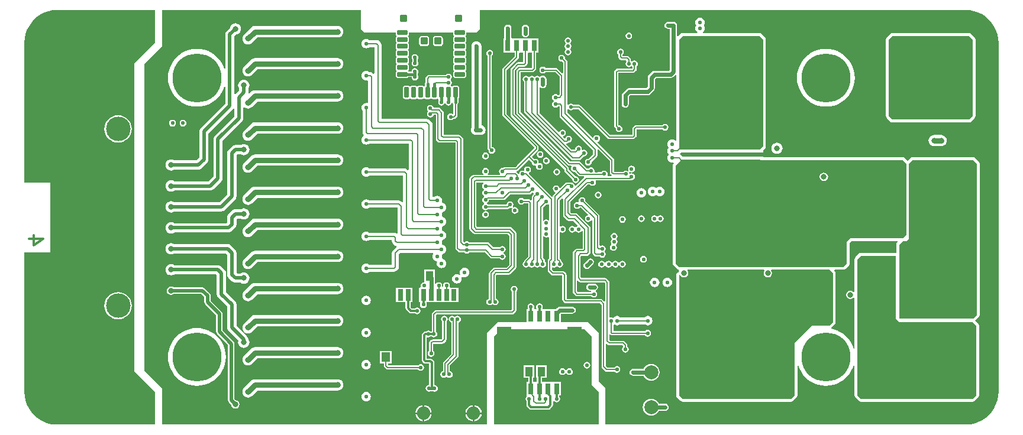
<source format=gbl>
G04 Layer_Physical_Order=4*
G04 Layer_Color=16711680*
%FSAX24Y24*%
%MOIN*%
G70*
G01*
G75*
%ADD20R,0.0433X0.0551*%
%ADD51R,0.0827X0.1181*%
%ADD52R,0.0315X0.0630*%
%ADD65R,0.4409X0.0807*%
%ADD71C,0.0315*%
%ADD73C,0.0197*%
%ADD74C,0.0079*%
%ADD75C,0.0157*%
%ADD76C,0.0236*%
%ADD77C,0.0118*%
%ADD79C,0.0394*%
%ADD80C,0.2756*%
%ADD81C,0.0197*%
%ADD82C,0.0787*%
%ADD83C,0.0748*%
%ADD84C,0.1378*%
%ADD85C,0.0217*%
%ADD86C,0.0315*%
%ADD87R,0.0315X0.0661*%
%ADD88R,0.0630X0.0591*%
%ADD89R,0.0508X0.0551*%
%ADD90R,0.0669X0.0591*%
%ADD91R,0.0508X0.0512*%
%ADD92R,0.0591X0.0669*%
G04:AMPARAMS|DCode=93|XSize=59.1mil|YSize=24mil|CornerRadius=3.6mil|HoleSize=0mil|Usage=FLASHONLY|Rotation=90.000|XOffset=0mil|YOffset=0mil|HoleType=Round|Shape=RoundedRectangle|*
%AMROUNDEDRECTD93*
21,1,0.0591,0.0168,0,0,90.0*
21,1,0.0519,0.0240,0,0,90.0*
1,1,0.0072,0.0084,0.0259*
1,1,0.0072,0.0084,-0.0259*
1,1,0.0072,-0.0084,-0.0259*
1,1,0.0072,-0.0084,0.0259*
%
%ADD93ROUNDEDRECTD93*%
G04:AMPARAMS|DCode=94|XSize=59.1mil|YSize=24mil|CornerRadius=3.6mil|HoleSize=0mil|Usage=FLASHONLY|Rotation=180.000|XOffset=0mil|YOffset=0mil|HoleType=Round|Shape=RoundedRectangle|*
%AMROUNDEDRECTD94*
21,1,0.0591,0.0168,0,0,180.0*
21,1,0.0519,0.0240,0,0,180.0*
1,1,0.0072,-0.0259,0.0084*
1,1,0.0072,0.0259,0.0084*
1,1,0.0072,0.0259,-0.0084*
1,1,0.0072,-0.0259,-0.0084*
%
%ADD94ROUNDEDRECTD94*%
G04:AMPARAMS|DCode=95|XSize=39.4mil|YSize=39.4mil|CornerRadius=5.9mil|HoleSize=0mil|Usage=FLASHONLY|Rotation=180.000|XOffset=0mil|YOffset=0mil|HoleType=Round|Shape=RoundedRectangle|*
%AMROUNDEDRECTD95*
21,1,0.0394,0.0276,0,0,180.0*
21,1,0.0276,0.0394,0,0,180.0*
1,1,0.0118,-0.0138,0.0138*
1,1,0.0118,0.0138,0.0138*
1,1,0.0118,0.0138,-0.0138*
1,1,0.0118,-0.0138,-0.0138*
%
%ADD95ROUNDEDRECTD95*%
G36*
X287992Y182283D02*
X287992Y179528D01*
X288386Y179134D01*
X288386Y177286D01*
X282480D01*
X282480Y182283D01*
X282874Y182677D01*
X287598Y182677D01*
X287992Y182283D01*
D02*
G37*
G36*
X257874Y200667D02*
X263386D01*
X263386Y198819D01*
X262992Y198425D01*
X262205Y197638D01*
Y180315D01*
X262992Y179528D01*
X263386Y179134D01*
X263386Y177286D01*
X257874D01*
X257869Y177285D01*
X257633Y177300D01*
X257395Y177348D01*
X257166Y177425D01*
X256949Y177532D01*
X256748Y177667D01*
X256566Y177826D01*
X256407Y178008D01*
X256272Y178209D01*
X256165Y178426D01*
X256088Y178655D01*
X256040Y178892D01*
X256025Y179129D01*
X256026Y179134D01*
Y187008D01*
X257480D01*
Y190945D01*
X256026D01*
Y198819D01*
X256025Y198824D01*
X256040Y199060D01*
X256088Y199298D01*
X256165Y199527D01*
X256272Y199744D01*
X256407Y199945D01*
X256566Y200127D01*
X256748Y200286D01*
X256949Y200420D01*
X257166Y200527D01*
X257395Y200605D01*
X257633Y200652D01*
X257869Y200668D01*
X257874Y200667D01*
D02*
G37*
G36*
X309297Y200652D02*
X309534Y200605D01*
X309763Y200527D01*
X309980Y200420D01*
X310181Y200286D01*
X310363Y200127D01*
X310522Y199945D01*
X310657Y199744D01*
X310764Y199527D01*
X310841Y199298D01*
X310889Y199060D01*
X310904Y198824D01*
X310903Y198819D01*
Y179134D01*
X310904Y179129D01*
X310889Y178892D01*
X310841Y178655D01*
X310764Y178426D01*
X310657Y178209D01*
X310522Y178008D01*
X310363Y177826D01*
X310181Y177667D01*
X309980Y177532D01*
X309763Y177425D01*
X309534Y177348D01*
X309297Y177300D01*
X309060Y177285D01*
X309055Y177286D01*
X288740D01*
X288740Y179370D01*
X288386Y179724D01*
Y182480D01*
X287795Y183071D01*
X286260D01*
Y183535D01*
X286264Y183539D01*
X286890D01*
X286967Y183555D01*
X287032Y183598D01*
X287075Y183663D01*
X287090Y183740D01*
X287075Y183817D01*
X287032Y183882D01*
X286967Y183926D01*
X286890Y183941D01*
X286181D01*
X286104Y183926D01*
X286039Y183882D01*
X285956Y183799D01*
X285787D01*
Y183799D01*
X285768D01*
Y183799D01*
X285295D01*
Y183799D01*
X285276D01*
X285229Y183806D01*
X285206Y183849D01*
X285216Y183864D01*
X285230Y183937D01*
X285216Y184010D01*
X285174Y184072D01*
X285112Y184113D01*
X285039Y184128D01*
X284966Y184113D01*
X284905Y184072D01*
X284863Y184010D01*
X284849Y183937D01*
X284863Y183864D01*
X284873Y183849D01*
X284850Y183806D01*
X284803Y183799D01*
X284783D01*
X284745Y183827D01*
X284733Y183849D01*
X284743Y183864D01*
X284758Y183937D01*
X284743Y184010D01*
X284702Y184072D01*
X284640Y184113D01*
X284567Y184128D01*
X284494Y184113D01*
X284432Y184072D01*
X284391Y184010D01*
X284376Y183937D01*
X284391Y183864D01*
X284401Y183849D01*
X284374Y183799D01*
X284311D01*
Y183071D01*
X282677D01*
X282087Y182480D01*
X282087Y177286D01*
X263780D01*
Y179331D01*
X262795Y180315D01*
Y197638D01*
X263780Y198622D01*
Y200667D01*
X275000D01*
X275000Y199606D01*
X275197Y199409D01*
X276943Y199409D01*
Y199325D01*
X276952Y199281D01*
X276977Y199243D01*
Y199183D01*
X276952Y199145D01*
X276943Y199100D01*
Y198932D01*
X276952Y198887D01*
X276977Y198849D01*
Y198789D01*
X276952Y198751D01*
X276943Y198706D01*
Y198538D01*
X276952Y198493D01*
X276977Y198455D01*
Y198395D01*
X276952Y198357D01*
X276943Y198312D01*
Y198144D01*
X276952Y198100D01*
X276977Y198062D01*
Y198001D01*
X276952Y197963D01*
X276943Y197919D01*
Y197751D01*
X276952Y197706D01*
X276977Y197668D01*
Y197608D01*
X276952Y197570D01*
X276943Y197525D01*
Y197357D01*
X276952Y197312D01*
X276977Y197274D01*
Y197214D01*
X276952Y197176D01*
X276943Y197131D01*
Y196963D01*
X276952Y196918D01*
X276977Y196880D01*
X277015Y196855D01*
X277060Y196846D01*
X277578D01*
X277623Y196855D01*
X277661Y196880D01*
X277665Y196887D01*
X277841D01*
X277855Y196817D01*
X277897Y196755D01*
X277959Y196714D01*
X278032Y196699D01*
X278104Y196714D01*
X278166Y196755D01*
X278208Y196817D01*
X278222Y196890D01*
X278208Y196963D01*
X278192Y196986D01*
Y197108D01*
X278208Y197132D01*
X278222Y197205D01*
X278208Y197278D01*
X278166Y197340D01*
X278104Y197381D01*
X278032Y197395D01*
X277959Y197381D01*
X277897Y197340D01*
X277855Y197278D01*
X277841Y197208D01*
X277665D01*
X277661Y197214D01*
Y197274D01*
X277686Y197312D01*
X277695Y197357D01*
Y197525D01*
X277686Y197570D01*
X277661Y197608D01*
Y197668D01*
X277686Y197706D01*
X277695Y197751D01*
Y197919D01*
X277686Y197963D01*
X277661Y198001D01*
Y198062D01*
X277686Y198100D01*
X277695Y198144D01*
Y198312D01*
X277686Y198357D01*
X277661Y198395D01*
Y198455D01*
X277686Y198493D01*
X277695Y198538D01*
Y198706D01*
X277686Y198751D01*
X277661Y198789D01*
Y198849D01*
X277686Y198887D01*
X277695Y198932D01*
Y199100D01*
X277686Y199145D01*
X277661Y199183D01*
Y199243D01*
X277686Y199281D01*
X277695Y199325D01*
Y199409D01*
X280179Y199409D01*
Y199325D01*
X280188Y199281D01*
X280213Y199243D01*
Y199183D01*
X280188Y199145D01*
X280179Y199100D01*
Y198932D01*
X280188Y198887D01*
X280213Y198849D01*
Y198789D01*
X280188Y198751D01*
X280179Y198706D01*
Y198538D01*
X280188Y198493D01*
X280213Y198455D01*
Y198395D01*
X280188Y198357D01*
X280179Y198312D01*
Y198144D01*
X280188Y198100D01*
X280213Y198062D01*
Y198001D01*
X280188Y197963D01*
X280179Y197919D01*
Y197751D01*
X280188Y197706D01*
X280213Y197668D01*
Y197608D01*
X280188Y197570D01*
X280179Y197525D01*
Y197357D01*
X280188Y197312D01*
X280213Y197274D01*
Y197214D01*
X280188Y197176D01*
X280179Y197131D01*
Y196963D01*
X280188Y196918D01*
X280213Y196880D01*
X280251Y196855D01*
X280296Y196846D01*
X280814D01*
X280859Y196855D01*
X280897Y196880D01*
X280922Y196918D01*
X280931Y196963D01*
Y197131D01*
X280922Y197176D01*
X280897Y197214D01*
Y197274D01*
X280922Y197312D01*
X280931Y197357D01*
Y197525D01*
X280922Y197570D01*
X280897Y197608D01*
Y197668D01*
X280922Y197706D01*
X280931Y197751D01*
Y197919D01*
X280922Y197963D01*
X280897Y198001D01*
Y198062D01*
X280922Y198100D01*
X280931Y198144D01*
Y198312D01*
X280922Y198357D01*
X280897Y198395D01*
Y198455D01*
X280922Y198493D01*
X280931Y198538D01*
Y198706D01*
X280922Y198751D01*
X280897Y198789D01*
Y198849D01*
X280922Y198887D01*
X280931Y198932D01*
Y199100D01*
X280922Y199145D01*
X280897Y199183D01*
Y199243D01*
X280922Y199281D01*
X280931Y199325D01*
Y199409D01*
X281496Y199409D01*
X281693Y199606D01*
Y200667D01*
X309055D01*
X309060Y200668D01*
X309297Y200652D01*
D02*
G37*
%LPC*%
G36*
X286732Y180466D02*
X286659Y180452D01*
X286597Y180410D01*
X286563Y180359D01*
X286545Y180355D01*
X286526D01*
X286508Y180359D01*
X286473Y180410D01*
X286412Y180452D01*
X286339Y180466D01*
X286266Y180452D01*
X286204Y180410D01*
X286162Y180349D01*
X286148Y180276D01*
X286162Y180203D01*
X286204Y180141D01*
X286266Y180099D01*
X286339Y180085D01*
X286412Y180099D01*
X286473Y180141D01*
X286508Y180192D01*
X286526Y180196D01*
X286545D01*
X286563Y180192D01*
X286597Y180141D01*
X286659Y180099D01*
X286732Y180085D01*
X286805Y180099D01*
X286867Y180141D01*
X286908Y180203D01*
X286923Y180276D01*
X286908Y180349D01*
X286867Y180410D01*
X286805Y180452D01*
X286732Y180466D01*
D02*
G37*
G36*
X287717Y180821D02*
X287644Y180806D01*
X287582Y180765D01*
X287540Y180703D01*
X287526Y180630D01*
X287540Y180557D01*
X287582Y180495D01*
X287644Y180454D01*
X287717Y180439D01*
X287789Y180454D01*
X287851Y180495D01*
X287893Y180557D01*
X287907Y180630D01*
X287893Y180703D01*
X287851Y180765D01*
X287789Y180806D01*
X287717Y180821D01*
D02*
G37*
G36*
X285443Y180630D02*
X284852D01*
Y179921D01*
X284899D01*
Y179705D01*
X284803D01*
X284803Y179705D01*
X284783D01*
Y179705D01*
X284753Y179705D01*
X284688D01*
Y179921D01*
X284754D01*
Y180630D01*
X284163D01*
Y179921D01*
X284407D01*
Y179705D01*
X284311D01*
Y178917D01*
X284311Y178917D01*
X284309Y178868D01*
X284273Y178813D01*
X284258Y178740D01*
X284273Y178667D01*
X284308Y178614D01*
Y178386D01*
X284319Y178332D01*
X284349Y178286D01*
X284468Y178168D01*
X284513Y178138D01*
X284567Y178127D01*
X285551D01*
X285605Y178138D01*
X285651Y178168D01*
X285769Y178286D01*
X285799Y178332D01*
X285810Y178386D01*
Y178634D01*
X285860Y178649D01*
X285889Y178605D01*
X285951Y178564D01*
X286024Y178549D01*
X286097Y178564D01*
X286158Y178605D01*
X286200Y178667D01*
X286214Y178740D01*
X286200Y178813D01*
X286164Y178867D01*
Y178917D01*
X286260D01*
Y179705D01*
X285787D01*
X285787Y179705D01*
X285768D01*
Y179705D01*
X285737Y179705D01*
X285295D01*
Y179705D01*
X285276D01*
Y179705D01*
X285180D01*
Y179921D01*
X285443D01*
Y180630D01*
D02*
G37*
G36*
X261303Y184764D02*
X261153Y184749D01*
X261008Y184705D01*
X260875Y184634D01*
X260758Y184538D01*
X260662Y184421D01*
X260590Y184287D01*
X260547Y184143D01*
X260532Y183992D01*
X260547Y183842D01*
X260590Y183697D01*
X260662Y183564D01*
X260758Y183447D01*
X260875Y183351D01*
X261008Y183279D01*
X261153Y183236D01*
X261303Y183221D01*
X261454Y183236D01*
X261598Y183279D01*
X261732Y183351D01*
X261849Y183447D01*
X261945Y183564D01*
X262016Y183697D01*
X262060Y183842D01*
X262075Y183992D01*
X262060Y184143D01*
X262016Y184287D01*
X261945Y184421D01*
X261849Y184538D01*
X261732Y184634D01*
X261598Y184705D01*
X261454Y184749D01*
X261303Y184764D01*
D02*
G37*
G36*
Y194732D02*
X261153Y194717D01*
X261008Y194673D01*
X260875Y194602D01*
X260758Y194506D01*
X260662Y194389D01*
X260590Y194256D01*
X260547Y194111D01*
X260532Y193961D01*
X260547Y193810D01*
X260590Y193665D01*
X260662Y193532D01*
X260758Y193415D01*
X260875Y193319D01*
X261008Y193248D01*
X261153Y193204D01*
X261303Y193189D01*
X261454Y193204D01*
X261598Y193248D01*
X261732Y193319D01*
X261849Y193415D01*
X261945Y193532D01*
X262016Y193665D01*
X262060Y193810D01*
X262075Y193961D01*
X262060Y194111D01*
X262016Y194256D01*
X261945Y194389D01*
X261849Y194506D01*
X261732Y194602D01*
X261598Y194673D01*
X261454Y194717D01*
X261303Y194732D01*
D02*
G37*
G36*
X279144Y186024D02*
X278553D01*
Y185358D01*
X278544Y185312D01*
X278509Y185302D01*
X278470Y185294D01*
X278408Y185253D01*
X278367Y185191D01*
X278353Y185118D01*
X278364Y185060D01*
X278335Y185010D01*
X278268D01*
Y184191D01*
X278310D01*
X278336Y184141D01*
X278328Y184128D01*
X278313Y184055D01*
X278328Y183982D01*
X278369Y183920D01*
X278431Y183879D01*
X278504Y183864D01*
X278577Y183879D01*
X278639Y183920D01*
X278680Y183982D01*
X278695Y184055D01*
X278680Y184128D01*
X278671Y184141D01*
X278698Y184191D01*
X280472D01*
Y185010D01*
X280011D01*
X279982Y185060D01*
X279994Y185118D01*
X279979Y185191D01*
X279938Y185253D01*
X279876Y185294D01*
X279803Y185309D01*
X279730Y185294D01*
X279668Y185253D01*
X279627Y185191D01*
X279612Y185118D01*
X279617Y185094D01*
X279587Y185056D01*
X279556Y185094D01*
X279561Y185118D01*
X279546Y185191D01*
X279505Y185253D01*
X279443Y185294D01*
X279370Y185309D01*
X279297Y185294D01*
X279235Y185253D01*
X279194Y185191D01*
X279188Y185160D01*
X279138Y185165D01*
Y185315D01*
X279144D01*
Y186024D01*
D02*
G37*
G36*
X277874Y185010D02*
X276968D01*
Y184191D01*
X277497D01*
Y183858D01*
X277508Y183804D01*
X277538Y183759D01*
X277696Y183601D01*
X277742Y183571D01*
X277795Y183560D01*
X278023D01*
X278077Y183525D01*
X278150Y183510D01*
X278223Y183525D01*
X278284Y183566D01*
X278326Y183628D01*
X278340Y183701D01*
X278326Y183774D01*
X278284Y183836D01*
X278223Y183877D01*
X278150Y183891D01*
X278077Y183877D01*
X278023Y183841D01*
X277853D01*
X277778Y183916D01*
Y184191D01*
X277874D01*
Y185010D01*
D02*
G37*
G36*
X275276Y184559D02*
X275206Y184550D01*
X275142Y184523D01*
X275086Y184481D01*
X275043Y184425D01*
X275017Y184361D01*
X275008Y184291D01*
X275017Y184222D01*
X275043Y184157D01*
X275086Y184102D01*
X275142Y184059D01*
X275206Y184032D01*
X275276Y184023D01*
X275345Y184032D01*
X275410Y184059D01*
X275465Y184102D01*
X275508Y184157D01*
X275534Y184222D01*
X275544Y184291D01*
X275534Y184361D01*
X275508Y184425D01*
X275465Y184481D01*
X275410Y184523D01*
X275345Y184550D01*
X275276Y184559D01*
D02*
G37*
G36*
X291535Y185583D02*
X291466Y185574D01*
X291401Y185547D01*
X291346Y185504D01*
X291303Y185449D01*
X291277Y185384D01*
X291267Y185315D01*
X291277Y185246D01*
X291303Y185181D01*
X291346Y185125D01*
X291401Y185083D01*
X291466Y185056D01*
X291535Y185047D01*
X291605Y185056D01*
X291669Y185083D01*
X291725Y185125D01*
X291768Y185181D01*
X291794Y185246D01*
X291803Y185315D01*
X291794Y185384D01*
X291768Y185449D01*
X291725Y185504D01*
X291669Y185547D01*
X291605Y185574D01*
X291535Y185583D01*
D02*
G37*
G36*
X273681Y185278D02*
X269016D01*
X268934Y185267D01*
X268857Y185236D01*
X268791Y185185D01*
X268397Y184792D01*
X268347Y184726D01*
X268315Y184649D01*
X268304Y184567D01*
X268315Y184485D01*
X268347Y184408D01*
X268397Y184342D01*
X268463Y184292D01*
X268540Y184260D01*
X268622Y184249D01*
X268704Y184260D01*
X268781Y184292D01*
X268847Y184342D01*
X269147Y184643D01*
X273681D01*
X273763Y184654D01*
X273840Y184686D01*
X273906Y184736D01*
X273956Y184802D01*
X273988Y184878D01*
X273999Y184961D01*
X273988Y185043D01*
X273956Y185119D01*
X273906Y185185D01*
X273840Y185236D01*
X273763Y185267D01*
X273681Y185278D01*
D02*
G37*
G36*
Y183467D02*
X269016D01*
X268934Y183456D01*
X268857Y183425D01*
X268791Y183374D01*
X268397Y182981D01*
X268347Y182915D01*
X268315Y182838D01*
X268304Y182756D01*
X268315Y182674D01*
X268347Y182597D01*
X268397Y182531D01*
X268463Y182481D01*
X268540Y182449D01*
X268622Y182438D01*
X268704Y182449D01*
X268781Y182481D01*
X268847Y182531D01*
X269147Y182832D01*
X273681D01*
X273763Y182843D01*
X273840Y182874D01*
X273906Y182925D01*
X273956Y182991D01*
X273988Y183067D01*
X273999Y183150D01*
X273988Y183232D01*
X273956Y183308D01*
X273906Y183374D01*
X273840Y183425D01*
X273763Y183456D01*
X273681Y183467D01*
D02*
G37*
G36*
X275276Y182748D02*
X275206Y182739D01*
X275142Y182712D01*
X275086Y182670D01*
X275043Y182614D01*
X275017Y182550D01*
X275008Y182480D01*
X275017Y182411D01*
X275043Y182346D01*
X275086Y182291D01*
X275142Y182248D01*
X275206Y182221D01*
X275276Y182212D01*
X275345Y182221D01*
X275410Y182248D01*
X275465Y182291D01*
X275508Y182346D01*
X275534Y182411D01*
X275544Y182480D01*
X275534Y182550D01*
X275508Y182614D01*
X275465Y182670D01*
X275410Y182712D01*
X275345Y182739D01*
X275276Y182748D01*
D02*
G37*
G36*
X283622Y185112D02*
X283549Y185097D01*
X283487Y185056D01*
X283446Y184994D01*
X283431Y184921D01*
X283446Y184848D01*
X283487Y184786D01*
X283502Y184777D01*
Y183790D01*
X283454Y183742D01*
X279213D01*
X279167Y183733D01*
X279127Y183707D01*
X279009Y183589D01*
X278983Y183550D01*
X278974Y183504D01*
X278974Y183504D01*
Y182546D01*
X278968Y182542D01*
X278906D01*
X278853Y182578D01*
X278780Y182592D01*
X278707Y182578D01*
X278653Y182542D01*
X278622D01*
X278568Y182531D01*
X278523Y182501D01*
X278444Y182422D01*
X278414Y182377D01*
X278403Y182323D01*
Y180945D01*
X278414Y180891D01*
X278444Y180846D01*
X278523Y180767D01*
X278568Y180736D01*
X278622Y180726D01*
X278836D01*
Y179535D01*
X278819Y179521D01*
X278746Y179507D01*
X278684Y179466D01*
X278643Y179404D01*
X278628Y179331D01*
X278643Y179258D01*
X278684Y179196D01*
X278746Y179155D01*
X278819Y179140D01*
X278892Y179155D01*
X278915Y179170D01*
X279038D01*
X279061Y179155D01*
X279134Y179140D01*
X279207Y179155D01*
X279269Y179196D01*
X279310Y179258D01*
X279325Y179331D01*
X279310Y179404D01*
X279269Y179466D01*
X279207Y179507D01*
X279134Y179521D01*
X279117Y179535D01*
Y180787D01*
X279106Y180841D01*
X279076Y180887D01*
X278997Y180965D01*
X278951Y180996D01*
X278898Y181007D01*
X278684D01*
Y182185D01*
X278734Y182220D01*
X278780Y182211D01*
X278853Y182225D01*
X278906Y182261D01*
X278968D01*
X279022Y182225D01*
X279094Y182211D01*
X279167Y182225D01*
X279229Y182267D01*
X279271Y182329D01*
X279285Y182402D01*
X279271Y182475D01*
X279229Y182536D01*
X279215Y182546D01*
Y183454D01*
X279262Y183502D01*
X283504D01*
X283504Y183502D01*
X283550Y183511D01*
X283589Y183537D01*
X283707Y183655D01*
X283733Y183694D01*
X283742Y183740D01*
Y184777D01*
X283757Y184786D01*
X283798Y184848D01*
X283813Y184921D01*
X283798Y184994D01*
X283757Y185056D01*
X283695Y185097D01*
X283622Y185112D01*
D02*
G37*
G36*
X280433Y183419D02*
X280360Y183405D01*
X280298Y183363D01*
X280253D01*
X280191Y183405D01*
X280118Y183419D01*
X280045Y183405D01*
X279983Y183363D01*
X279942Y183301D01*
X279927Y183228D01*
X279942Y183155D01*
X279983Y183094D01*
X280045Y183052D01*
X280076Y183046D01*
Y181270D01*
X279639Y180833D01*
X279613Y180794D01*
X279604Y180748D01*
X279604Y180748D01*
Y180300D01*
X279573Y180294D01*
X279511Y180253D01*
X279470Y180191D01*
X279455Y180118D01*
X279470Y180045D01*
X279511Y179983D01*
X279573Y179942D01*
X279646Y179927D01*
X279719Y179942D01*
X279780Y179983D01*
X279826D01*
X279888Y179942D01*
X279961Y179927D01*
X280034Y179942D01*
X280095Y179983D01*
X280137Y180045D01*
X280151Y180118D01*
X280137Y180191D01*
X280095Y180253D01*
X280034Y180294D01*
X280002Y180300D01*
Y180619D01*
X280439Y181057D01*
X280439Y181057D01*
X280466Y181096D01*
X280475Y181142D01*
Y183046D01*
X280506Y183052D01*
X280568Y183094D01*
X280609Y183155D01*
X280624Y183228D01*
X280609Y183301D01*
X280568Y183363D01*
X280506Y183405D01*
X280433Y183419D01*
D02*
G37*
G36*
X292244Y185583D02*
X292175Y185574D01*
X292110Y185547D01*
X292055Y185504D01*
X292012Y185449D01*
X291985Y185384D01*
X291976Y185315D01*
X291985Y185246D01*
X292012Y185181D01*
X292055Y185125D01*
X292110Y185083D01*
X292175Y185056D01*
X292244Y185047D01*
X292313Y185056D01*
X292378Y185083D01*
X292434Y185125D01*
X292476Y185181D01*
X292503Y185246D01*
X292512Y185315D01*
X292503Y185384D01*
X292476Y185449D01*
X292434Y185504D01*
X292378Y185547D01*
X292313Y185574D01*
X292244Y185583D01*
D02*
G37*
G36*
X278898Y195309D02*
X278825Y195294D01*
X278763Y195253D01*
X278721Y195191D01*
X278707Y195118D01*
X278721Y195045D01*
X278763Y194983D01*
Y194938D01*
X278721Y194876D01*
X278707Y194803D01*
X278721Y194730D01*
X278763Y194668D01*
X278825Y194627D01*
X278898Y194612D01*
X278971Y194627D01*
X279032Y194668D01*
X279074Y194730D01*
X279080Y194761D01*
X279202D01*
X279210Y194753D01*
Y193386D01*
X279210Y193386D01*
X279219Y193340D01*
X279246Y193301D01*
X279324Y193222D01*
X279363Y193196D01*
X279409Y193187D01*
X280304D01*
X280313Y193178D01*
Y187244D01*
X280313Y187244D01*
X280322Y187198D01*
X280348Y187159D01*
X280466Y187041D01*
X280466Y187041D01*
X280505Y187015D01*
X280551Y187006D01*
X280551Y187006D01*
X280800D01*
X280810Y186991D01*
X280872Y186950D01*
X280945Y186935D01*
X281018Y186950D01*
X281080Y186991D01*
X281089Y187006D01*
X281958D01*
X282277Y186686D01*
X282277Y186686D01*
X282316Y186660D01*
X282362Y186651D01*
X282808D01*
X282818Y186637D01*
X282880Y186595D01*
X282953Y186581D01*
X283026Y186595D01*
X283088Y186637D01*
X283129Y186699D01*
X283143Y186772D01*
X283129Y186845D01*
X283088Y186906D01*
X283036Y186941D01*
X283032Y186959D01*
Y186978D01*
X283036Y186996D01*
X283088Y187031D01*
X283129Y187092D01*
X283143Y187165D01*
X283129Y187238D01*
X283088Y187300D01*
X283026Y187342D01*
X282953Y187356D01*
X282880Y187342D01*
X282818Y187300D01*
X282808Y187286D01*
X282451D01*
X282211Y187526D01*
X282172Y187552D01*
X282126Y187561D01*
X282126Y187561D01*
X281089D01*
X281080Y187576D01*
X281018Y187617D01*
X280945Y187632D01*
X280872Y187617D01*
X280810Y187576D01*
X280763Y187596D01*
X280750Y187609D01*
Y193386D01*
X280750Y193386D01*
X280741Y193432D01*
X280715Y193471D01*
X280715Y193471D01*
X280597Y193589D01*
X280558Y193615D01*
X280512Y193624D01*
X280512Y193624D01*
X279656D01*
X279648Y193633D01*
Y194882D01*
X279639Y194928D01*
X279613Y194967D01*
X279613Y194967D01*
X279455Y195125D01*
X279416Y195151D01*
X279370Y195160D01*
X279370Y195160D01*
X279080D01*
X279074Y195191D01*
X279032Y195253D01*
X278971Y195294D01*
X278898Y195309D01*
D02*
G37*
G36*
X290906Y186805D02*
X290833Y186790D01*
X290771Y186749D01*
X290729Y186687D01*
X290715Y186614D01*
X290729Y186541D01*
X290771Y186479D01*
X290833Y186438D01*
X290906Y186423D01*
X290978Y186438D01*
X291040Y186479D01*
X291082Y186541D01*
X291096Y186614D01*
X291082Y186687D01*
X291040Y186749D01*
X290978Y186790D01*
X290906Y186805D01*
D02*
G37*
G36*
X289252Y188104D02*
X289179Y188090D01*
X289117Y188048D01*
X289076Y187986D01*
X289061Y187913D01*
X289076Y187840D01*
X289117Y187779D01*
Y187733D01*
X289076Y187671D01*
X289061Y187598D01*
X289076Y187525D01*
X289098Y187492D01*
X289090Y187426D01*
X289078Y187418D01*
X289036Y187356D01*
X289022Y187283D01*
X289036Y187211D01*
X289078Y187149D01*
X289140Y187107D01*
X289213Y187093D01*
X289286Y187107D01*
X289347Y187149D01*
X289389Y187211D01*
X289403Y187283D01*
X289389Y187356D01*
X289366Y187390D01*
X289375Y187456D01*
X289387Y187464D01*
X289428Y187525D01*
X289443Y187598D01*
X289428Y187671D01*
X289387Y187733D01*
Y187779D01*
X289428Y187840D01*
X289443Y187913D01*
X289428Y187986D01*
X289387Y188048D01*
X289325Y188090D01*
X289252Y188104D01*
D02*
G37*
G36*
X289724Y189049D02*
X289651Y189034D01*
X289590Y188993D01*
X289548Y188931D01*
X289534Y188858D01*
X289548Y188785D01*
X289590Y188723D01*
X289651Y188682D01*
X289724Y188668D01*
X289797Y188682D01*
X289859Y188723D01*
X289901Y188785D01*
X289915Y188858D01*
X289901Y188931D01*
X289859Y188993D01*
X289797Y189034D01*
X289724Y189049D01*
D02*
G37*
G36*
X273681Y188900D02*
X269016D01*
X268934Y188890D01*
X268857Y188858D01*
X268791Y188807D01*
X268397Y188414D01*
X268347Y188348D01*
X268315Y188271D01*
X268304Y188189D01*
X268315Y188107D01*
X268347Y188030D01*
X268397Y187964D01*
X268463Y187914D01*
X268540Y187882D01*
X268622Y187871D01*
X268704Y187882D01*
X268781Y187914D01*
X268847Y187964D01*
X269147Y188265D01*
X273681D01*
X273763Y188276D01*
X273840Y188308D01*
X273906Y188358D01*
X273956Y188424D01*
X273988Y188500D01*
X273999Y188583D01*
X273988Y188665D01*
X273956Y188742D01*
X273906Y188807D01*
X273840Y188858D01*
X273763Y188890D01*
X273681Y188900D01*
D02*
G37*
G36*
X280827Y186134D02*
X280757Y186125D01*
X280693Y186098D01*
X280637Y186056D01*
X280595Y186000D01*
X280568Y185936D01*
X280559Y185866D01*
X280568Y185797D01*
X280580Y185767D01*
X280539Y185735D01*
X280528Y185744D01*
X280463Y185771D01*
X280394Y185780D01*
X280324Y185771D01*
X280260Y185744D01*
X280204Y185701D01*
X280162Y185646D01*
X280135Y185581D01*
X280126Y185512D01*
X280135Y185442D01*
X280162Y185378D01*
X280204Y185322D01*
X280260Y185280D01*
X280324Y185253D01*
X280394Y185244D01*
X280463Y185253D01*
X280528Y185280D01*
X280583Y185322D01*
X280626Y185378D01*
X280653Y185442D01*
X280662Y185512D01*
X280653Y185581D01*
X280640Y185611D01*
X280681Y185643D01*
X280693Y185634D01*
X280757Y185607D01*
X280827Y185598D01*
X280896Y185607D01*
X280961Y185634D01*
X281016Y185677D01*
X281059Y185732D01*
X281086Y185797D01*
X281095Y185866D01*
X281086Y185936D01*
X281059Y186000D01*
X281016Y186056D01*
X280961Y186098D01*
X280896Y186125D01*
X280827Y186134D01*
D02*
G37*
G36*
X264291Y187522D02*
X264209Y187512D01*
X264132Y187480D01*
X264067Y187429D01*
X264016Y187364D01*
X263984Y187287D01*
X263974Y187205D01*
X263984Y187122D01*
X264016Y187046D01*
X264067Y186980D01*
X264132Y186930D01*
X264209Y186898D01*
X264291Y186887D01*
X264374Y186898D01*
X264450Y186930D01*
X264472Y186947D01*
X267373D01*
X267458Y186862D01*
Y185748D01*
X267467Y185681D01*
X267493Y185619D01*
X267534Y185566D01*
X267731Y185369D01*
X267784Y185328D01*
X267847Y185302D01*
X267913Y185293D01*
X268205D01*
X268227Y185276D01*
X268304Y185244D01*
X268386Y185233D01*
X268468Y185244D01*
X268545Y185276D01*
X268610Y185327D01*
X268661Y185392D01*
X268693Y185469D01*
X268704Y185551D01*
X268693Y185633D01*
X268661Y185710D01*
X268610Y185776D01*
X268545Y185826D01*
X268468Y185858D01*
X268386Y185869D01*
X268304Y185858D01*
X268227Y185826D01*
X268205Y185809D01*
X268020D01*
X267975Y185855D01*
Y186968D01*
X267966Y187035D01*
X267940Y187098D01*
X267899Y187151D01*
X267663Y187387D01*
X267609Y187428D01*
X267547Y187454D01*
X267480Y187463D01*
X264472D01*
X264450Y187480D01*
X264374Y187512D01*
X264291Y187522D01*
D02*
G37*
G36*
X287913Y186657D02*
X287837Y186642D01*
X287771Y186599D01*
X287575Y186402D01*
X287531Y186337D01*
X287516Y186260D01*
X287531Y186183D01*
X287575Y186118D01*
X287640Y186074D01*
X287717Y186059D01*
X287793Y186074D01*
X287858Y186118D01*
X288055Y186315D01*
X288099Y186380D01*
X288114Y186457D01*
X288099Y186534D01*
X288055Y186599D01*
X287990Y186642D01*
X287913Y186657D01*
D02*
G37*
G36*
X289724Y186529D02*
X289651Y186515D01*
X289590Y186473D01*
X289555Y186422D01*
X289537Y186418D01*
X289518D01*
X289500Y186422D01*
X289466Y186473D01*
X289404Y186515D01*
X289331Y186529D01*
X289258Y186515D01*
X289196Y186473D01*
X289162Y186422D01*
X289143Y186418D01*
X289124D01*
X289106Y186422D01*
X289072Y186473D01*
X289010Y186515D01*
X288937Y186529D01*
X288864Y186515D01*
X288802Y186473D01*
X288768Y186422D01*
X288750Y186418D01*
X288731D01*
X288712Y186422D01*
X288678Y186473D01*
X288616Y186515D01*
X288543Y186529D01*
X288470Y186515D01*
X288408Y186473D01*
X288367Y186412D01*
X288353Y186339D01*
X288367Y186266D01*
X288408Y186204D01*
X288470Y186162D01*
X288543Y186148D01*
X288616Y186162D01*
X288678Y186204D01*
X288712Y186255D01*
X288731Y186259D01*
X288750D01*
X288768Y186255D01*
X288802Y186204D01*
X288864Y186162D01*
X288937Y186148D01*
X289010Y186162D01*
X289072Y186204D01*
X289106Y186255D01*
X289124Y186259D01*
X289143D01*
X289162Y186255D01*
X289196Y186204D01*
X289258Y186162D01*
X289331Y186148D01*
X289404Y186162D01*
X289466Y186204D01*
X289500Y186255D01*
X289518Y186259D01*
X289537D01*
X289555Y186255D01*
X289590Y186204D01*
X289651Y186162D01*
X289724Y186148D01*
X289797Y186162D01*
X289859Y186204D01*
X289901Y186266D01*
X289915Y186339D01*
X289901Y186412D01*
X289859Y186473D01*
X289797Y186515D01*
X289724Y186529D01*
D02*
G37*
G36*
X273681Y187089D02*
X269016D01*
X268934Y187079D01*
X268857Y187047D01*
X268791Y186996D01*
X268397Y186603D01*
X268347Y186537D01*
X268315Y186460D01*
X268304Y186378D01*
X268315Y186296D01*
X268347Y186219D01*
X268397Y186153D01*
X268463Y186103D01*
X268540Y186071D01*
X268622Y186060D01*
X268704Y186071D01*
X268781Y186103D01*
X268847Y186153D01*
X269147Y186454D01*
X273681D01*
X273763Y186465D01*
X273840Y186497D01*
X273906Y186547D01*
X273956Y186613D01*
X273988Y186689D01*
X273999Y186772D01*
X273988Y186854D01*
X273956Y186930D01*
X273906Y186996D01*
X273840Y187047D01*
X273763Y187079D01*
X273681Y187089D01*
D02*
G37*
G36*
X279685Y183419D02*
X279612Y183405D01*
X279550Y183363D01*
X279509Y183301D01*
X279494Y183228D01*
X279509Y183155D01*
X279550Y183094D01*
X279565Y183084D01*
Y182136D01*
X279517Y182089D01*
X279016D01*
X278970Y182080D01*
X278931Y182054D01*
X278852Y181975D01*
X278826Y181936D01*
X278817Y181890D01*
X278817Y181890D01*
Y181444D01*
X278802Y181434D01*
X278761Y181372D01*
X278746Y181299D01*
X278761Y181226D01*
X278802Y181164D01*
X278864Y181123D01*
X278937Y181109D01*
X279010Y181123D01*
X279072Y181164D01*
X279113Y181226D01*
X279128Y181299D01*
X279113Y181372D01*
X279072Y181434D01*
X279057Y181444D01*
Y181840D01*
X279066Y181848D01*
X279567D01*
X279567Y181848D01*
X279613Y181857D01*
X279652Y181883D01*
X279770Y182001D01*
X279796Y182041D01*
X279805Y182087D01*
Y183084D01*
X279820Y183094D01*
X279861Y183155D01*
X279876Y183228D01*
X279861Y183301D01*
X279820Y183363D01*
X279758Y183405D01*
X279685Y183419D01*
D02*
G37*
G36*
X278564Y178383D02*
Y177983D01*
X278964D01*
X278955Y178051D01*
X278909Y178161D01*
X278837Y178256D01*
X278742Y178329D01*
X278632Y178374D01*
X278564Y178383D01*
D02*
G37*
G36*
X278464Y178383D02*
X278396Y178374D01*
X278285Y178329D01*
X278191Y178256D01*
X278118Y178161D01*
X278073Y178051D01*
X278064Y177983D01*
X278464D01*
Y178383D01*
D02*
G37*
G36*
X281279Y178383D02*
X281211Y178374D01*
X281100Y178329D01*
X281006Y178256D01*
X280933Y178161D01*
X280888Y178051D01*
X280879Y177983D01*
X281279D01*
Y178383D01*
D02*
G37*
G36*
X264291Y185083D02*
X264199Y185065D01*
X264121Y185013D01*
X264069Y184935D01*
X264050Y184843D01*
X264069Y184750D01*
X264121Y184672D01*
X264199Y184620D01*
X264291Y184602D01*
X264384Y184620D01*
X264446Y184662D01*
X265988D01*
X266158Y184492D01*
Y184203D01*
X266172Y184134D01*
X266211Y184076D01*
X266827Y183459D01*
Y182520D01*
X266841Y182451D01*
X266880Y182392D01*
X267497Y181776D01*
Y178661D01*
X267510Y178592D01*
X267549Y178534D01*
X267676Y178407D01*
X267691Y178333D01*
X267743Y178255D01*
X267821Y178203D01*
X267913Y178184D01*
X268006Y178203D01*
X268084Y178255D01*
X268136Y178333D01*
X268154Y178425D01*
X268136Y178517D01*
X268084Y178596D01*
X268006Y178648D01*
X267932Y178662D01*
X267858Y178736D01*
Y181850D01*
X267844Y181920D01*
X267805Y181978D01*
X267189Y182595D01*
Y183534D01*
X267175Y183603D01*
X267136Y183662D01*
X266519Y184278D01*
Y184567D01*
X266505Y184636D01*
X266466Y184695D01*
X266191Y184970D01*
X266132Y185009D01*
X266063Y185023D01*
X264446D01*
X264384Y185065D01*
X264291Y185083D01*
D02*
G37*
G36*
X281379Y178383D02*
Y177983D01*
X281779D01*
X281770Y178051D01*
X281724Y178161D01*
X281652Y178256D01*
X281557Y178329D01*
X281447Y178374D01*
X281379Y178383D01*
D02*
G37*
G36*
X281779Y177883D02*
X281379D01*
Y177483D01*
X281447Y177492D01*
X281557Y177538D01*
X281652Y177610D01*
X281724Y177705D01*
X281770Y177815D01*
X281779Y177883D01*
D02*
G37*
G36*
X278464Y177883D02*
X278064D01*
X278073Y177815D01*
X278118Y177705D01*
X278191Y177610D01*
X278285Y177538D01*
X278396Y177492D01*
X278464Y177483D01*
Y177883D01*
D02*
G37*
G36*
X281279Y177883D02*
X280879D01*
X280888Y177815D01*
X280933Y177705D01*
X281006Y177610D01*
X281100Y177538D01*
X281211Y177492D01*
X281279Y177483D01*
Y177883D01*
D02*
G37*
G36*
X291339Y178744D02*
X291215Y178728D01*
X291100Y178680D01*
X291002Y178605D01*
X290926Y178506D01*
X290878Y178391D01*
X290862Y178268D01*
X290878Y178144D01*
X290926Y178029D01*
X291002Y177931D01*
X291100Y177855D01*
X291215Y177807D01*
X291339Y177791D01*
X291462Y177807D01*
X291577Y177855D01*
X291676Y177931D01*
X291751Y178029D01*
X291767Y178067D01*
X292126D01*
X292203Y178082D01*
X292268Y178126D01*
X292311Y178191D01*
X292327Y178268D01*
X292311Y178345D01*
X292268Y178410D01*
X292203Y178453D01*
X292126Y178468D01*
X291767D01*
X291751Y178506D01*
X291676Y178605D01*
X291577Y178680D01*
X291462Y178728D01*
X291339Y178744D01*
D02*
G37*
G36*
X278964Y177883D02*
X278564D01*
Y177483D01*
X278632Y177492D01*
X278742Y177538D01*
X278837Y177610D01*
X278909Y177705D01*
X278955Y177815D01*
X278964Y177883D01*
D02*
G37*
G36*
X275276Y179126D02*
X275206Y179117D01*
X275142Y179090D01*
X275086Y179048D01*
X275043Y178992D01*
X275017Y178928D01*
X275008Y178858D01*
X275017Y178789D01*
X275043Y178724D01*
X275086Y178669D01*
X275142Y178626D01*
X275206Y178599D01*
X275276Y178590D01*
X275345Y178599D01*
X275410Y178626D01*
X275465Y178669D01*
X275508Y178724D01*
X275534Y178789D01*
X275544Y178858D01*
X275534Y178928D01*
X275508Y178992D01*
X275465Y179048D01*
X275410Y179090D01*
X275345Y179117D01*
X275276Y179126D01*
D02*
G37*
G36*
Y180937D02*
X275206Y180928D01*
X275142Y180901D01*
X275086Y180859D01*
X275043Y180803D01*
X275017Y180739D01*
X275008Y180669D01*
X275017Y180600D01*
X275043Y180535D01*
X275086Y180480D01*
X275142Y180437D01*
X275206Y180410D01*
X275276Y180401D01*
X275345Y180410D01*
X275410Y180437D01*
X275465Y180480D01*
X275508Y180535D01*
X275534Y180600D01*
X275544Y180669D01*
X275534Y180739D01*
X275508Y180803D01*
X275465Y180859D01*
X275410Y180901D01*
X275345Y180928D01*
X275276Y180937D01*
D02*
G37*
G36*
X264291Y186341D02*
X264209Y186330D01*
X264132Y186299D01*
X264067Y186248D01*
X264016Y186182D01*
X263984Y186106D01*
X263974Y186024D01*
X263984Y185941D01*
X264016Y185865D01*
X264067Y185799D01*
X264132Y185749D01*
X264209Y185717D01*
X264291Y185706D01*
X264374Y185717D01*
X264450Y185749D01*
X264472Y185766D01*
X266822D01*
X266868Y185720D01*
Y184646D01*
X266877Y184579D01*
X266902Y184517D01*
X266943Y184463D01*
X267458Y183948D01*
Y182756D01*
X267467Y182689D01*
X267493Y182627D01*
X267534Y182573D01*
X268084Y182023D01*
X268079Y182011D01*
X268068Y181929D01*
X268079Y181847D01*
X268111Y181770D01*
X268161Y181705D01*
X268227Y181654D01*
X268304Y181622D01*
X268386Y181611D01*
X268468Y181622D01*
X268545Y181654D01*
X268610Y181705D01*
X268661Y181770D01*
X268693Y181847D01*
X268704Y181929D01*
X268693Y182011D01*
X268661Y182088D01*
X268640Y182115D01*
X268635Y182153D01*
X268609Y182216D01*
X268568Y182269D01*
X267975Y182863D01*
Y184055D01*
X267966Y184122D01*
X267940Y184184D01*
X267899Y184238D01*
X267384Y184753D01*
Y185827D01*
X267375Y185894D01*
X267350Y185956D01*
X267309Y186009D01*
X267112Y186206D01*
X267058Y186247D01*
X266996Y186273D01*
X266929Y186282D01*
X264472D01*
X264450Y186299D01*
X264374Y186330D01*
X264291Y186341D01*
D02*
G37*
G36*
X273681Y181656D02*
X269016D01*
X268934Y181645D01*
X268857Y181614D01*
X268791Y181563D01*
X268397Y181170D01*
X268347Y181104D01*
X268315Y181027D01*
X268304Y180945D01*
X268315Y180863D01*
X268347Y180786D01*
X268397Y180720D01*
X268463Y180670D01*
X268540Y180638D01*
X268622Y180627D01*
X268704Y180638D01*
X268781Y180670D01*
X268847Y180720D01*
X269147Y181021D01*
X273681D01*
X273763Y181032D01*
X273840Y181063D01*
X273906Y181114D01*
X273956Y181180D01*
X273988Y181256D01*
X273999Y181339D01*
X273988Y181421D01*
X273956Y181497D01*
X273906Y181563D01*
X273840Y181614D01*
X273763Y181645D01*
X273681Y181656D01*
D02*
G37*
G36*
X265748Y182731D02*
X265536Y182717D01*
X265327Y182675D01*
X265125Y182607D01*
X264934Y182512D01*
X264757Y182394D01*
X264597Y182254D01*
X264456Y182094D01*
X264338Y181917D01*
X264244Y181725D01*
X264175Y181524D01*
X264134Y181315D01*
X264120Y181102D01*
X264134Y180890D01*
X264175Y180681D01*
X264244Y180479D01*
X264338Y180288D01*
X264456Y180111D01*
X264597Y179951D01*
X264757Y179811D01*
X264934Y179692D01*
X265125Y179598D01*
X265327Y179530D01*
X265536Y179488D01*
X265748Y179474D01*
X265961Y179488D01*
X266169Y179530D01*
X266371Y179598D01*
X266562Y179692D01*
X266739Y179811D01*
X266899Y179951D01*
X267040Y180111D01*
X267158Y180288D01*
X267252Y180479D01*
X267321Y180681D01*
X267362Y180890D01*
X267376Y181102D01*
X267362Y181315D01*
X267321Y181524D01*
X267252Y181725D01*
X267158Y181917D01*
X267040Y182094D01*
X266899Y182254D01*
X266739Y182394D01*
X266562Y182512D01*
X266371Y182607D01*
X266169Y182675D01*
X265961Y182717D01*
X265748Y182731D01*
D02*
G37*
G36*
X273681Y179845D02*
X269016D01*
X268934Y179834D01*
X268857Y179803D01*
X268791Y179752D01*
X268397Y179358D01*
X268347Y179293D01*
X268315Y179216D01*
X268304Y179134D01*
X268315Y179052D01*
X268347Y178975D01*
X268397Y178909D01*
X268463Y178859D01*
X268540Y178827D01*
X268622Y178816D01*
X268704Y178827D01*
X268781Y178859D01*
X268847Y178909D01*
X269147Y179210D01*
X273681D01*
X273763Y179221D01*
X273840Y179252D01*
X273906Y179303D01*
X273956Y179369D01*
X273988Y179445D01*
X273999Y179528D01*
X273988Y179610D01*
X273956Y179686D01*
X273906Y179752D01*
X273840Y179803D01*
X273763Y179834D01*
X273681Y179845D01*
D02*
G37*
G36*
X276728Y181447D02*
X276063D01*
Y180738D01*
X276275D01*
Y180612D01*
X276275Y180612D01*
X276284Y180566D01*
X276311Y180527D01*
X276411Y180427D01*
X276411Y180427D01*
X276450Y180401D01*
X276496Y180391D01*
X276496Y180391D01*
X278202D01*
X278212Y180377D01*
X278273Y180336D01*
X278346Y180321D01*
X278419Y180336D01*
X278481Y180377D01*
X278523Y180439D01*
X278537Y180512D01*
X278523Y180585D01*
X278481Y180647D01*
X278419Y180688D01*
X278346Y180702D01*
X278273Y180688D01*
X278212Y180647D01*
X278202Y180632D01*
X276546D01*
X276516Y180662D01*
Y180738D01*
X276728D01*
Y181447D01*
D02*
G37*
G36*
X291339Y180713D02*
X291215Y180697D01*
X291100Y180649D01*
X291002Y180573D01*
X290926Y180474D01*
X290910Y180437D01*
X290315D01*
X290238Y180422D01*
X290173Y180378D01*
X290130Y180313D01*
X290114Y180236D01*
X290130Y180159D01*
X290173Y180094D01*
X290238Y180051D01*
X290315Y180036D01*
X290910D01*
X290926Y179998D01*
X291002Y179899D01*
X291100Y179824D01*
X291215Y179776D01*
X291339Y179760D01*
X291462Y179776D01*
X291577Y179824D01*
X291676Y179899D01*
X291751Y179998D01*
X291799Y180113D01*
X291815Y180236D01*
X291799Y180360D01*
X291751Y180474D01*
X291676Y180573D01*
X291577Y180649D01*
X291462Y180697D01*
X291339Y180713D01*
D02*
G37*
G36*
X301181Y198479D02*
X300969Y198465D01*
X300760Y198423D01*
X300558Y198355D01*
X300367Y198261D01*
X300190Y198142D01*
X300030Y198002D01*
X299889Y197842D01*
X299771Y197665D01*
X299677Y197474D01*
X299608Y197272D01*
X299567Y197063D01*
X299553Y196850D01*
X299567Y196638D01*
X299608Y196429D01*
X299677Y196227D01*
X299771Y196036D01*
X299889Y195859D01*
X300030Y195699D01*
X300190Y195559D01*
X300367Y195440D01*
X300558Y195346D01*
X300760Y195278D01*
X300969Y195236D01*
X301181Y195222D01*
X301394Y195236D01*
X301603Y195278D01*
X301804Y195346D01*
X301995Y195440D01*
X302172Y195559D01*
X302332Y195699D01*
X302473Y195859D01*
X302591Y196036D01*
X302685Y196227D01*
X302754Y196429D01*
X302795Y196638D01*
X302809Y196850D01*
X302795Y197063D01*
X302754Y197272D01*
X302685Y197474D01*
X302591Y197665D01*
X302473Y197842D01*
X302332Y198002D01*
X302172Y198142D01*
X301995Y198261D01*
X301804Y198355D01*
X301603Y198423D01*
X301394Y198465D01*
X301181Y198479D01*
D02*
G37*
G36*
X264961Y194482D02*
X264888Y194468D01*
X264826Y194426D01*
X264784Y194364D01*
X264770Y194291D01*
X264784Y194218D01*
X264826Y194157D01*
X264888Y194115D01*
X264961Y194101D01*
X265034Y194115D01*
X265095Y194157D01*
X265137Y194218D01*
X265151Y194291D01*
X265137Y194364D01*
X265095Y194426D01*
X265034Y194468D01*
X264961Y194482D01*
D02*
G37*
G36*
X279921Y197080D02*
X279848Y197066D01*
X279786Y197025D01*
X279777Y197010D01*
X278819D01*
X278773Y197001D01*
X278734Y196975D01*
X278655Y196896D01*
X278629Y196857D01*
X278620Y196811D01*
X278620Y196811D01*
Y196599D01*
X278592Y196558D01*
X278580Y196496D01*
Y196370D01*
X278573Y196366D01*
X278513D01*
X278475Y196391D01*
X278431Y196400D01*
X278262D01*
X278218Y196391D01*
X278180Y196366D01*
X278120D01*
X278082Y196391D01*
X278037Y196400D01*
X277869D01*
X277824Y196391D01*
X277786Y196366D01*
X277726D01*
X277688Y196391D01*
X277643Y196400D01*
X277475D01*
X277430Y196391D01*
X277392Y196366D01*
X277367Y196328D01*
X277358Y196283D01*
Y195764D01*
X277367Y195720D01*
X277392Y195682D01*
X277430Y195656D01*
X277475Y195647D01*
X277643D01*
X277688Y195656D01*
X277726Y195682D01*
X277786D01*
X277824Y195656D01*
X277869Y195647D01*
X278037D01*
X278082Y195656D01*
X278120Y195682D01*
X278180D01*
X278218Y195656D01*
X278262Y195647D01*
X278431D01*
X278475Y195656D01*
X278513Y195682D01*
X278573D01*
X278611Y195656D01*
X278656Y195647D01*
X278824D01*
X278869Y195656D01*
X278907Y195682D01*
X278967D01*
X279005Y195656D01*
X279050Y195647D01*
X279218D01*
X279263Y195656D01*
X279301Y195682D01*
X279319D01*
X279367Y195634D01*
Y195569D01*
X279351Y195545D01*
X279337Y195472D01*
X279351Y195399D01*
X279393Y195338D01*
X279455Y195296D01*
X279528Y195282D01*
X279601Y195296D01*
X279662Y195338D01*
X279697Y195389D01*
X279715Y195393D01*
X279734D01*
X279752Y195389D01*
X279786Y195338D01*
X279848Y195296D01*
X279921Y195282D01*
X279994Y195296D01*
X280056Y195338D01*
X280097Y195399D01*
X280108Y195451D01*
X280159D01*
X280167Y195411D01*
X280195Y195369D01*
Y194827D01*
X280145Y194800D01*
X280112Y194822D01*
X280039Y194836D01*
X279966Y194822D01*
X279905Y194780D01*
X279863Y194719D01*
X279849Y194646D01*
X279863Y194573D01*
X279905Y194511D01*
X279966Y194470D01*
X280039Y194455D01*
X280112Y194470D01*
X280174Y194511D01*
X280184Y194525D01*
X280236D01*
X280236Y194525D01*
X280282Y194534D01*
X280321Y194561D01*
X280400Y194639D01*
X280426Y194678D01*
X280435Y194724D01*
Y195369D01*
X280463Y195411D01*
X280476Y195472D01*
Y195677D01*
X280482Y195682D01*
X280507Y195720D01*
X280516Y195764D01*
Y196283D01*
X280507Y196328D01*
X280482Y196366D01*
X280444Y196391D01*
X280399Y196400D01*
X280231D01*
X280186Y196391D01*
X280148Y196366D01*
X280088D01*
X280061Y196383D01*
X280054Y196426D01*
X280056Y196440D01*
X280097Y196502D01*
X280112Y196575D01*
X280097Y196648D01*
X280056Y196710D01*
Y196755D01*
X280097Y196817D01*
X280112Y196890D01*
X280097Y196963D01*
X280056Y197025D01*
X279994Y197066D01*
X279921Y197080D01*
D02*
G37*
G36*
X273681Y197955D02*
X269016D01*
X268934Y197945D01*
X268857Y197913D01*
X268791Y197862D01*
X268397Y197469D01*
X268347Y197403D01*
X268315Y197326D01*
X268304Y197244D01*
X268315Y197162D01*
X268347Y197085D01*
X268397Y197019D01*
X268463Y196969D01*
X268540Y196937D01*
X268622Y196926D01*
X268704Y196937D01*
X268781Y196969D01*
X268847Y197019D01*
X269147Y197320D01*
X273681D01*
X273763Y197331D01*
X273840Y197363D01*
X273906Y197413D01*
X273956Y197479D01*
X273988Y197556D01*
X273999Y197638D01*
X273988Y197720D01*
X273956Y197797D01*
X273906Y197862D01*
X273840Y197913D01*
X273763Y197945D01*
X273681Y197955D01*
D02*
G37*
G36*
X285236Y196972D02*
X285159Y196957D01*
X285106Y196922D01*
X285056Y196906D01*
X284994Y196948D01*
X284921Y196962D01*
X284848Y196948D01*
X284786Y196906D01*
X284741D01*
X284679Y196948D01*
X284606Y196962D01*
X284533Y196948D01*
X284471Y196906D01*
X284426D01*
X284364Y196948D01*
X284291Y196962D01*
X284218Y196948D01*
X284157Y196906D01*
X284115Y196845D01*
X284101Y196772D01*
X284115Y196699D01*
X284157Y196637D01*
X284171Y196627D01*
Y194961D01*
X284171Y194961D01*
X284180Y194915D01*
X284206Y194875D01*
X286844Y192238D01*
X286844Y192238D01*
X286883Y192212D01*
X286929Y192202D01*
X287283D01*
X287283Y192202D01*
X287330Y192212D01*
X287369Y192238D01*
X287542Y192411D01*
X287559Y192408D01*
X287632Y192422D01*
X287694Y192464D01*
X287735Y192525D01*
X287750Y192598D01*
X287735Y192671D01*
X287694Y192733D01*
X287632Y192775D01*
X287559Y192789D01*
X287486Y192775D01*
X287472Y192765D01*
X287427Y192795D01*
X287435Y192835D01*
X287420Y192908D01*
X287379Y192969D01*
X287317Y193011D01*
X287244Y193025D01*
X287171Y193011D01*
X287109Y192969D01*
X287068Y192908D01*
X287053Y192835D01*
X287015Y192798D01*
X286861D01*
X286556Y193102D01*
X286563Y193119D01*
X286581Y193148D01*
X286621Y193156D01*
X286660Y193183D01*
X286676Y193199D01*
X286693Y193195D01*
X286766Y193210D01*
X286828Y193251D01*
X286869Y193313D01*
X286884Y193386D01*
X286869Y193459D01*
X286828Y193521D01*
X286766Y193562D01*
X286693Y193577D01*
X286620Y193562D01*
X286558Y193521D01*
X286517Y193459D01*
X286514Y193443D01*
X286466Y193429D01*
X286382Y193513D01*
X286396Y193561D01*
X286412Y193564D01*
X286473Y193605D01*
X286515Y193667D01*
X286529Y193740D01*
X286515Y193813D01*
X286473Y193875D01*
X286412Y193916D01*
X286339Y193931D01*
X286266Y193916D01*
X286204Y193875D01*
X286162Y193813D01*
X286159Y193798D01*
X286112Y193783D01*
X285042Y194853D01*
Y196304D01*
X285092Y196319D01*
X285094Y196315D01*
X285159Y196271D01*
X285236Y196256D01*
X285313Y196271D01*
X285378Y196315D01*
X285422Y196380D01*
X285437Y196457D01*
Y196772D01*
X285422Y196848D01*
X285378Y196914D01*
X285313Y196957D01*
X285236Y196972D01*
D02*
G37*
G36*
X264370Y194482D02*
X264297Y194468D01*
X264235Y194426D01*
X264194Y194364D01*
X264179Y194291D01*
X264194Y194218D01*
X264235Y194157D01*
X264297Y194115D01*
X264370Y194101D01*
X264443Y194115D01*
X264505Y194157D01*
X264546Y194218D01*
X264561Y194291D01*
X264546Y194364D01*
X264505Y194426D01*
X264443Y194468D01*
X264370Y194482D01*
D02*
G37*
G36*
X307677Y193625D02*
X307283D01*
X307201Y193614D01*
X307125Y193582D01*
X307059Y193532D01*
X307008Y193466D01*
X306977Y193389D01*
X306966Y193307D01*
X306977Y193225D01*
X307008Y193148D01*
X307059Y193082D01*
X307125Y193032D01*
X307201Y193000D01*
X307283Y192989D01*
X307677D01*
X307759Y193000D01*
X307836Y193032D01*
X307902Y193082D01*
X307952Y193148D01*
X307984Y193225D01*
X307995Y193307D01*
X307984Y193389D01*
X307952Y193466D01*
X307902Y193532D01*
X307836Y193582D01*
X307759Y193614D01*
X307677Y193625D01*
D02*
G37*
G36*
X273681Y194333D02*
X269016D01*
X268934Y194323D01*
X268857Y194291D01*
X268791Y194240D01*
X268397Y193847D01*
X268347Y193781D01*
X268315Y193704D01*
X268304Y193622D01*
X268315Y193540D01*
X268347Y193463D01*
X268397Y193397D01*
X268463Y193347D01*
X268540Y193315D01*
X268622Y193304D01*
X268704Y193315D01*
X268781Y193347D01*
X268847Y193397D01*
X269147Y193698D01*
X273681D01*
X273763Y193709D01*
X273840Y193741D01*
X273906Y193791D01*
X273956Y193857D01*
X273988Y193934D01*
X273999Y194016D01*
X273988Y194098D01*
X273956Y194175D01*
X273906Y194240D01*
X273840Y194291D01*
X273763Y194323D01*
X273681Y194333D01*
D02*
G37*
G36*
X283268Y199846D02*
X283191Y199831D01*
X283126Y199788D01*
X283082Y199722D01*
X283067Y199646D01*
Y199331D01*
Y199055D01*
X283032D01*
Y198268D01*
X283474D01*
X283504Y198268D01*
X283554Y198268D01*
X283639D01*
Y198062D01*
X282986Y197408D01*
X282960Y197369D01*
X282950Y197323D01*
X282950Y197323D01*
Y194764D01*
X282950Y194764D01*
X282960Y194718D01*
X282986Y194679D01*
X284739Y192925D01*
Y192862D01*
X284364Y192487D01*
X283773Y191896D01*
X283773Y191896D01*
X283693Y191816D01*
X283073D01*
X283027Y191806D01*
X282988Y191780D01*
X282988Y191780D01*
X282970Y191762D01*
X282953Y191765D01*
X282880Y191751D01*
X282818Y191710D01*
X282777Y191648D01*
X282762Y191575D01*
X282777Y191502D01*
X282818Y191440D01*
X282832Y191430D01*
X282817Y191380D01*
X282143D01*
X282128Y191430D01*
X282143Y191440D01*
X282184Y191502D01*
X282199Y191575D01*
X282184Y191648D01*
X282143Y191710D01*
X282081Y191751D01*
X282008Y191765D01*
X281935Y191751D01*
X281873Y191710D01*
X281832Y191648D01*
X281817Y191575D01*
X281832Y191502D01*
X281873Y191440D01*
X281888Y191430D01*
X281872Y191380D01*
X281339D01*
X281292Y191371D01*
X281253Y191345D01*
X281135Y191227D01*
X281109Y191188D01*
X281100Y191142D01*
X281100Y191142D01*
Y188346D01*
X281100Y188346D01*
X281109Y188300D01*
X281135Y188261D01*
X281332Y188064D01*
X281371Y188038D01*
X281417Y188029D01*
X281417Y188029D01*
X283257D01*
X283344Y187942D01*
Y186310D01*
X283178Y186144D01*
X282520D01*
X282520Y186144D01*
X282474Y186135D01*
X282435Y186109D01*
X282238Y185912D01*
X282212Y185873D01*
X282202Y185827D01*
X282202Y185827D01*
Y184395D01*
X282171Y184389D01*
X282109Y184347D01*
X282068Y184286D01*
X282053Y184213D01*
X282068Y184140D01*
X282109Y184078D01*
X282171Y184036D01*
X282244Y184022D01*
X282317Y184036D01*
X282369Y184071D01*
X282402Y184075D01*
X282434Y184071D01*
X282486Y184036D01*
X282559Y184022D01*
X282632Y184036D01*
X282694Y184078D01*
X282735Y184140D01*
X282750Y184213D01*
X282735Y184286D01*
X282694Y184347D01*
X282632Y184389D01*
X282601Y184395D01*
Y185698D01*
X282648Y185746D01*
X283307D01*
X283307Y185746D01*
X283353Y185755D01*
X283392Y185781D01*
X283707Y186096D01*
X283707Y186096D01*
X283733Y186135D01*
X283742Y186181D01*
X283742Y186181D01*
Y188071D01*
X283742Y188071D01*
X283733Y188117D01*
X283707Y188156D01*
X283707Y188156D01*
X283471Y188392D01*
X283432Y188418D01*
X283386Y188428D01*
X283386Y188428D01*
X281546D01*
X281498Y188475D01*
Y190934D01*
X281507Y190943D01*
X281872D01*
X281888Y190893D01*
X281873Y190883D01*
X281832Y190821D01*
X281817Y190748D01*
X281832Y190675D01*
X281873Y190613D01*
X281924Y190579D01*
X281928Y190561D01*
Y190542D01*
X281924Y190523D01*
X281873Y190489D01*
X281832Y190427D01*
X281817Y190354D01*
X281832Y190281D01*
X281873Y190220D01*
X281924Y190185D01*
X281928Y190167D01*
Y190148D01*
X281924Y190130D01*
X281873Y190095D01*
X281832Y190034D01*
X281817Y189961D01*
X281832Y189888D01*
X281873Y189826D01*
X281924Y189792D01*
X281928Y189773D01*
Y189754D01*
X281924Y189736D01*
X281873Y189702D01*
X281832Y189640D01*
X281817Y189567D01*
X281832Y189494D01*
X281873Y189432D01*
X281935Y189391D01*
X282008Y189376D01*
X282081Y189391D01*
X282143Y189432D01*
X282152Y189447D01*
X283268D01*
X283268Y189447D01*
X283314Y189456D01*
X283353Y189482D01*
X283369Y189498D01*
X283386Y189494D01*
X283459Y189509D01*
X283477Y189521D01*
X283513Y189485D01*
X283485Y189443D01*
X283471Y189370D01*
X283485Y189297D01*
X283527Y189235D01*
X283588Y189194D01*
X283661Y189179D01*
X283734Y189194D01*
X283796Y189235D01*
X283838Y189297D01*
X283852Y189370D01*
X283838Y189443D01*
X283796Y189505D01*
X283734Y189546D01*
X283661Y189561D01*
X283588Y189546D01*
X283570Y189534D01*
X283534Y189570D01*
X283562Y189612D01*
X283577Y189685D01*
X283562Y189758D01*
X283521Y189820D01*
X283459Y189861D01*
X283386Y189876D01*
X283313Y189861D01*
X283251Y189820D01*
X283210Y189758D01*
X283196Y189687D01*
X282152D01*
X282143Y189702D01*
X282091Y189736D01*
X282087Y189754D01*
Y189773D01*
X282091Y189792D01*
X282143Y189826D01*
X282184Y189888D01*
X282198Y189958D01*
X283031D01*
X283032Y189958D01*
X283078Y189967D01*
X283117Y189994D01*
X283396Y190273D01*
X284488D01*
X284488Y190273D01*
X284534Y190282D01*
X284573Y190309D01*
X284629Y190364D01*
X284646Y190361D01*
X284680Y190367D01*
X284720Y190334D01*
X284721Y190285D01*
X284639Y190203D01*
X284613Y190164D01*
X284604Y190118D01*
X284604Y190118D01*
Y189962D01*
X284558Y189943D01*
X284534Y189967D01*
X284495Y189993D01*
X284449Y190002D01*
X284449Y190002D01*
X284160D01*
X284151Y190017D01*
X284089Y190058D01*
X284016Y190073D01*
X283943Y190058D01*
X283881Y190017D01*
X283840Y189955D01*
X283825Y189882D01*
X283840Y189809D01*
X283881Y189747D01*
X283943Y189706D01*
X284016Y189691D01*
X284089Y189706D01*
X284151Y189747D01*
X284160Y189761D01*
X284399D01*
X284407Y189753D01*
Y186782D01*
X284206Y186581D01*
X284180Y186542D01*
X284171Y186496D01*
X284171Y186496D01*
Y186483D01*
X284157Y186473D01*
X284115Y186412D01*
X284101Y186339D01*
X284115Y186266D01*
X284157Y186204D01*
X284218Y186162D01*
X284291Y186148D01*
X284364Y186162D01*
X284426Y186204D01*
X284471D01*
X284533Y186162D01*
X284606Y186148D01*
X284679Y186162D01*
X284741Y186204D01*
X284786D01*
X284848Y186162D01*
X284921Y186148D01*
X284994Y186162D01*
X285056Y186204D01*
X285101D01*
X285163Y186162D01*
X285236Y186148D01*
X285309Y186162D01*
X285371Y186204D01*
X285412Y186266D01*
X285427Y186339D01*
X285412Y186412D01*
X285371Y186473D01*
X285357Y186483D01*
Y186535D01*
X285347Y186582D01*
X285321Y186621D01*
X285239Y186703D01*
Y187896D01*
X285289Y187911D01*
X285298Y187897D01*
X285360Y187855D01*
X285433Y187841D01*
X285506Y187855D01*
X285538Y187877D01*
X285588Y187850D01*
Y186664D01*
X285545Y186621D01*
X285519Y186582D01*
X285509Y186535D01*
X285509Y186535D01*
Y185984D01*
X285509Y185984D01*
X285519Y185938D01*
X285545Y185899D01*
X285702Y185742D01*
X285702Y185742D01*
X285741Y185716D01*
X285787Y185706D01*
X285787Y185706D01*
X286315D01*
X286336Y185685D01*
Y184331D01*
X286336Y184331D01*
X286345Y184285D01*
X286372Y184246D01*
X286450Y184167D01*
X286489Y184141D01*
X286535Y184132D01*
X288454D01*
X288541Y184045D01*
Y180551D01*
X288541Y180551D01*
X288550Y180505D01*
X288576Y180466D01*
X288734Y180309D01*
X288734Y180309D01*
X288773Y180282D01*
X288819Y180273D01*
X289265D01*
X289275Y180259D01*
X289336Y180218D01*
X289409Y180203D01*
X289482Y180218D01*
X289544Y180259D01*
X289586Y180321D01*
X289600Y180394D01*
X289586Y180467D01*
X289544Y180529D01*
X289482Y180570D01*
X289409Y180584D01*
X289336Y180570D01*
X289275Y180529D01*
X289265Y180514D01*
X288869D01*
X288782Y180601D01*
Y181849D01*
X288828Y181868D01*
X288891Y181805D01*
X288891Y181805D01*
X288930Y181779D01*
X288976Y181769D01*
X288976Y181769D01*
X289714D01*
X289757Y181726D01*
X289754Y181675D01*
X289747Y181670D01*
X289706Y181608D01*
X289691Y181535D01*
X289706Y181462D01*
X289747Y181401D01*
X289809Y181359D01*
X289882Y181345D01*
X289955Y181359D01*
X290017Y181401D01*
X290058Y181462D01*
X290073Y181535D01*
X290058Y181608D01*
X290017Y181670D01*
X290002Y181680D01*
Y181772D01*
X290002Y181772D01*
X289993Y181818D01*
X289967Y181857D01*
X289967Y181857D01*
X289849Y181975D01*
X289810Y182001D01*
X289764Y182010D01*
X289764Y182010D01*
X289026D01*
X288979Y182058D01*
Y182355D01*
X289029Y182376D01*
X289049Y182356D01*
X289049Y182356D01*
X289088Y182330D01*
X289134Y182321D01*
X289134Y182321D01*
X290997D01*
X291007Y182306D01*
X291069Y182265D01*
X291142Y182250D01*
X291215Y182265D01*
X291277Y182306D01*
X291318Y182368D01*
X291332Y182441D01*
X291318Y182514D01*
X291277Y182576D01*
X291215Y182617D01*
X291142Y182632D01*
X291069Y182617D01*
X291007Y182576D01*
X290997Y182561D01*
X289215D01*
Y182901D01*
X289265Y182926D01*
X289275Y182917D01*
X289340Y182891D01*
X289409Y182882D01*
X289479Y182891D01*
X289543Y182917D01*
X289584Y182949D01*
X290967D01*
X291008Y182917D01*
X291072Y182891D01*
X291142Y182882D01*
X291211Y182891D01*
X291276Y182917D01*
X291331Y182960D01*
X291374Y183016D01*
X291401Y183080D01*
X291410Y183150D01*
X291401Y183219D01*
X291374Y183284D01*
X291331Y183339D01*
X291276Y183382D01*
X291211Y183409D01*
X291142Y183418D01*
X291072Y183409D01*
X291008Y183382D01*
X290967Y183350D01*
X289584D01*
X289543Y183382D01*
X289479Y183409D01*
X289409Y183418D01*
X289340Y183409D01*
X289275Y183382D01*
X289220Y183339D01*
X289195Y183307D01*
X289167Y183326D01*
X289094Y183340D01*
X289029Y183327D01*
X288989Y183343D01*
X288979Y183349D01*
Y185315D01*
X288979Y185315D01*
X288970Y185361D01*
X288943Y185400D01*
X288943Y185400D01*
X288825Y185518D01*
X288786Y185544D01*
X288740Y185553D01*
X288740Y185553D01*
X287412D01*
X287365Y185601D01*
Y186752D01*
X287414Y186802D01*
X287710D01*
X287710Y186802D01*
X287756Y186811D01*
X287795Y186837D01*
X287880Y186923D01*
X287880Y186923D01*
X287907Y186962D01*
X287916Y187008D01*
Y188386D01*
X287916Y188386D01*
X287907Y188432D01*
X287880Y188471D01*
X287172Y189180D01*
X287133Y189206D01*
X287087Y189215D01*
X287087Y189215D01*
X286834D01*
X286774Y189275D01*
Y189832D01*
X287766Y190824D01*
X287887D01*
X287897Y190810D01*
X287959Y190769D01*
X288032Y190754D01*
X288104Y190769D01*
X288166Y190810D01*
X288208Y190872D01*
X288222Y190945D01*
X288209Y191011D01*
X288225Y191050D01*
X288231Y191061D01*
X290157D01*
X290157Y191061D01*
X290204Y191070D01*
X290210Y191074D01*
X290236Y191069D01*
X290309Y191084D01*
X290371Y191125D01*
X290412Y191187D01*
X290427Y191260D01*
X290412Y191333D01*
X290371Y191395D01*
X290309Y191436D01*
X290236Y191451D01*
X290163Y191436D01*
X290160Y191434D01*
X290104Y191457D01*
X290097Y191490D01*
X290085Y191509D01*
X290121Y191545D01*
X290163Y191517D01*
X290236Y191502D01*
X290309Y191517D01*
X290371Y191558D01*
X290412Y191620D01*
X290427Y191693D01*
X290412Y191766D01*
X290371Y191828D01*
X290309Y191869D01*
X290236Y191884D01*
X290163Y191869D01*
X290101Y191828D01*
X290060Y191766D01*
X290046Y191693D01*
X290060Y191620D01*
X290073Y191601D01*
X290036Y191565D01*
X289994Y191593D01*
X289921Y191608D01*
X289848Y191593D01*
X289786Y191552D01*
X289777Y191538D01*
X289262D01*
X289254Y191546D01*
Y192205D01*
X289245Y192251D01*
X289219Y192290D01*
X289219Y192290D01*
X288311Y193198D01*
X288325Y193246D01*
X288341Y193249D01*
X288403Y193290D01*
X288444Y193352D01*
X288458Y193425D01*
X288444Y193498D01*
X288403Y193560D01*
X288341Y193601D01*
X288268Y193616D01*
X288195Y193601D01*
X288133Y193560D01*
X288092Y193498D01*
X288088Y193483D01*
X288041Y193468D01*
X286616Y194892D01*
Y195061D01*
X286666Y195077D01*
X286676Y195062D01*
X286738Y195021D01*
X286811Y195006D01*
X286884Y195021D01*
X286946Y195062D01*
X286955Y195076D01*
X287234D01*
X288891Y193419D01*
X288891Y193419D01*
X288930Y193393D01*
X288976Y193384D01*
X288976Y193384D01*
X290315D01*
X290315Y193384D01*
X290361Y193393D01*
X290400Y193419D01*
X290479Y193498D01*
X290505Y193537D01*
X290514Y193583D01*
Y193927D01*
X290522Y193935D01*
X291982D01*
X291991Y193920D01*
X292053Y193879D01*
X292126Y193864D01*
X292199Y193879D01*
X292261Y193920D01*
X292302Y193982D01*
X292317Y194055D01*
X292302Y194128D01*
X292261Y194190D01*
X292199Y194231D01*
X292126Y194246D01*
X292053Y194231D01*
X291991Y194190D01*
X291982Y194176D01*
X290472D01*
X290426Y194166D01*
X290387Y194140D01*
X290309Y194062D01*
X290282Y194022D01*
X290273Y193976D01*
X290273Y193976D01*
Y193633D01*
X290265Y193624D01*
X289026D01*
X287369Y195282D01*
X287330Y195308D01*
X287283Y195317D01*
X287283Y195317D01*
X286955D01*
X286946Y195332D01*
X286884Y195373D01*
X286811Y195388D01*
X286738Y195373D01*
X286676Y195332D01*
X286666Y195317D01*
X286616Y195332D01*
Y197756D01*
X286616Y197756D01*
X286607Y197802D01*
X286581Y197841D01*
X286486Y197936D01*
X286490Y197953D01*
X286475Y198026D01*
X286434Y198088D01*
X286372Y198129D01*
X286299Y198143D01*
X286226Y198129D01*
X286164Y198088D01*
X286123Y198026D01*
X286109Y197953D01*
X286123Y197880D01*
X286164Y197818D01*
X286226Y197777D01*
X286299Y197762D01*
X286316Y197765D01*
X286376Y197706D01*
Y197128D01*
X286329Y197109D01*
X286069Y197369D01*
X286030Y197395D01*
X285984Y197404D01*
X285984Y197404D01*
X285381D01*
X285371Y197418D01*
X285309Y197460D01*
X285236Y197474D01*
X285163Y197460D01*
X285101Y197418D01*
X285060Y197356D01*
X285046Y197283D01*
X285060Y197211D01*
X285101Y197149D01*
X285163Y197107D01*
X285236Y197093D01*
X285309Y197107D01*
X285371Y197149D01*
X285381Y197163D01*
X285934D01*
X286179Y196919D01*
Y195916D01*
X286136Y195873D01*
X286084Y195876D01*
X286080Y195883D01*
X286018Y195924D01*
X285945Y195939D01*
X285872Y195924D01*
X285810Y195883D01*
X285769Y195821D01*
X285754Y195748D01*
X285769Y195675D01*
X285810Y195613D01*
X285861Y195579D01*
X285865Y195561D01*
Y195542D01*
X285861Y195523D01*
X285810Y195489D01*
X285769Y195427D01*
X285754Y195354D01*
X285769Y195281D01*
X285810Y195220D01*
X285872Y195178D01*
X285945Y195164D01*
X286018Y195178D01*
X286080Y195220D01*
X286089Y195234D01*
X286171D01*
X286179Y195226D01*
Y194685D01*
X286179Y194685D01*
X286188Y194639D01*
X286214Y194600D01*
X288069Y192745D01*
Y192530D01*
X287812Y192274D01*
X287795Y192277D01*
X287722Y192263D01*
X287660Y192221D01*
X287619Y192160D01*
X287605Y192087D01*
X287619Y192014D01*
X287660Y191952D01*
X287722Y191910D01*
X287795Y191896D01*
X287868Y191910D01*
X287930Y191952D01*
X287971Y192014D01*
X287986Y192087D01*
X287983Y192104D01*
X288274Y192395D01*
X288274Y192395D01*
X288300Y192434D01*
X288309Y192480D01*
Y192788D01*
X288326Y192801D01*
X288357Y192811D01*
X289013Y192155D01*
Y191496D01*
X289013Y191496D01*
X289023Y191450D01*
X289049Y191411D01*
X289108Y191352D01*
X289087Y191302D01*
X288900D01*
X288894Y191312D01*
X288878Y191352D01*
X288891Y191417D01*
X288877Y191490D01*
X288836Y191552D01*
X288774Y191593D01*
X288701Y191608D01*
X288628Y191593D01*
X288566Y191552D01*
X288550Y191528D01*
X288176D01*
X288136Y191578D01*
X288143Y191614D01*
X288129Y191687D01*
X288088Y191749D01*
X288026Y191790D01*
X287953Y191805D01*
X287880Y191790D01*
X287818Y191749D01*
X287808Y191735D01*
X287727D01*
X287369Y192093D01*
X287330Y192119D01*
X287283Y192128D01*
X287283Y192128D01*
X286782D01*
X283979Y194932D01*
Y197155D01*
X283987Y197163D01*
X284646D01*
X284646Y197163D01*
X284692Y197172D01*
X284731Y197198D01*
X284829Y197297D01*
X284829Y197297D01*
X284855Y197336D01*
X284865Y197382D01*
Y198268D01*
X284980D01*
Y199055D01*
X284538D01*
X284508Y199055D01*
X284458Y199055D01*
X284046D01*
X284016Y199055D01*
X283966Y199055D01*
X283504Y199055D01*
X283468Y199090D01*
Y199331D01*
Y199646D01*
X283453Y199722D01*
X283410Y199788D01*
X283345Y199831D01*
X283268Y199846D01*
D02*
G37*
G36*
X281496Y198900D02*
X281424Y198891D01*
X281357Y198863D01*
X281300Y198819D01*
X281255Y198761D01*
X281228Y198694D01*
X281218Y198622D01*
Y198228D01*
Y194039D01*
X281216Y194037D01*
X281188Y193970D01*
X281179Y193898D01*
X281188Y193826D01*
X281216Y193759D01*
X281260Y193701D01*
X281318Y193657D01*
X281385Y193629D01*
X281457Y193620D01*
X281732D01*
X281804Y193629D01*
X281871Y193657D01*
X281929Y193701D01*
X281973Y193759D01*
X282001Y193826D01*
X282010Y193898D01*
X282001Y193970D01*
X281973Y194037D01*
X281929Y194094D01*
X281871Y194138D01*
X281804Y194166D01*
X281774Y194170D01*
Y198228D01*
Y198622D01*
X281765Y198694D01*
X281737Y198761D01*
X281693Y198819D01*
X281635Y198863D01*
X281568Y198891D01*
X281496Y198900D01*
D02*
G37*
G36*
X275276Y199048D02*
X275206Y199038D01*
X275142Y199012D01*
X275086Y198969D01*
X275043Y198914D01*
X275017Y198849D01*
X275008Y198780D01*
X275017Y198710D01*
X275043Y198646D01*
X275086Y198590D01*
X275142Y198547D01*
X275206Y198521D01*
X275276Y198511D01*
X275345Y198521D01*
X275410Y198547D01*
X275451Y198579D01*
X275744D01*
Y197091D01*
X275694Y197070D01*
X275654Y197110D01*
X275589Y197154D01*
X275512Y197169D01*
X275451D01*
X275410Y197201D01*
X275345Y197227D01*
X275276Y197237D01*
X275206Y197227D01*
X275142Y197201D01*
X275086Y197158D01*
X275043Y197103D01*
X275017Y197038D01*
X275008Y196968D01*
X275017Y196899D01*
X275043Y196834D01*
X275086Y196779D01*
X275142Y196736D01*
X275206Y196710D01*
X275276Y196700D01*
X275340Y196709D01*
X275356Y196705D01*
X275390Y196683D01*
Y195443D01*
X275356Y195420D01*
X275340Y195417D01*
X275276Y195426D01*
X275206Y195416D01*
X275142Y195390D01*
X275086Y195347D01*
X275043Y195292D01*
X275017Y195227D01*
X275008Y195157D01*
X275017Y195088D01*
X275043Y195023D01*
X275075Y194983D01*
Y193780D01*
X275090Y193703D01*
X275134Y193638D01*
X275144Y193627D01*
X275130Y193570D01*
X275086Y193536D01*
X275043Y193480D01*
X275017Y193416D01*
X275008Y193346D01*
X275017Y193277D01*
X275043Y193212D01*
X275086Y193157D01*
X275142Y193114D01*
X275206Y193088D01*
X275276Y193078D01*
X275345Y193088D01*
X275410Y193114D01*
X275451Y193146D01*
X277673D01*
Y191652D01*
X277627Y191633D01*
X277583Y191677D01*
X277518Y191721D01*
X277441Y191736D01*
X275451D01*
X275410Y191768D01*
X275345Y191794D01*
X275276Y191803D01*
X275206Y191794D01*
X275142Y191768D01*
X275086Y191725D01*
X275043Y191669D01*
X275017Y191605D01*
X275008Y191535D01*
X275017Y191466D01*
X275043Y191401D01*
X275086Y191346D01*
X275142Y191303D01*
X275206Y191277D01*
X275276Y191267D01*
X275345Y191277D01*
X275410Y191303D01*
X275451Y191335D01*
X277358D01*
X277358Y191334D01*
Y189841D01*
X277312Y189822D01*
X277268Y189866D01*
X277203Y189910D01*
X277126Y189925D01*
X275451D01*
X275410Y189957D01*
X275345Y189983D01*
X275276Y189992D01*
X275206Y189983D01*
X275142Y189957D01*
X275086Y189914D01*
X275043Y189858D01*
X275017Y189794D01*
X275008Y189724D01*
X275017Y189655D01*
X275043Y189590D01*
X275086Y189535D01*
X275142Y189492D01*
X275206Y189466D01*
X275276Y189456D01*
X275345Y189466D01*
X275410Y189492D01*
X275451Y189524D01*
X277043D01*
X277043Y189523D01*
Y188075D01*
X276993Y188054D01*
X276992Y188055D01*
X276927Y188099D01*
X276850Y188114D01*
X275451D01*
X275410Y188146D01*
X275345Y188172D01*
X275276Y188181D01*
X275206Y188172D01*
X275142Y188146D01*
X275086Y188103D01*
X275043Y188047D01*
X275017Y187983D01*
X275008Y187913D01*
X275017Y187844D01*
X275043Y187779D01*
X275086Y187724D01*
X275142Y187681D01*
X275206Y187654D01*
X275276Y187645D01*
X275345Y187654D01*
X275410Y187681D01*
X275451Y187713D01*
X276726D01*
Y187638D01*
X276741Y187561D01*
X276785Y187496D01*
X276864Y187417D01*
X276929Y187374D01*
X276979Y187364D01*
X276989Y187311D01*
X276984Y187307D01*
X276787Y187110D01*
X276744Y187045D01*
X276728Y186968D01*
Y186303D01*
X275451D01*
X275410Y186334D01*
X275345Y186361D01*
X275276Y186370D01*
X275206Y186361D01*
X275142Y186334D01*
X275086Y186292D01*
X275043Y186236D01*
X275017Y186172D01*
X275008Y186102D01*
X275017Y186033D01*
X275043Y185968D01*
X275086Y185913D01*
X275142Y185870D01*
X275206Y185843D01*
X275276Y185834D01*
X275345Y185843D01*
X275410Y185870D01*
X275451Y185902D01*
X276850D01*
X276927Y185917D01*
X276992Y185960D01*
X277071Y186039D01*
X277115Y186104D01*
X277130Y186181D01*
Y186885D01*
X277209Y186965D01*
X279041D01*
X279066Y186915D01*
X279059Y186906D01*
X279032Y186841D01*
X279023Y186772D01*
X279032Y186702D01*
X279059Y186638D01*
X279102Y186582D01*
X279157Y186540D01*
X279222Y186513D01*
X279241Y186510D01*
X279272Y186456D01*
X279269Y186447D01*
X279260Y186378D01*
X279269Y186309D01*
X279295Y186244D01*
X279338Y186188D01*
X279394Y186146D01*
X279458Y186119D01*
X279528Y186110D01*
X279597Y186119D01*
X279662Y186146D01*
X279717Y186188D01*
X279760Y186244D01*
X279786Y186309D01*
X279796Y186378D01*
X279786Y186447D01*
X279760Y186512D01*
X279717Y186567D01*
X279662Y186610D01*
X279597Y186637D01*
X279578Y186639D01*
X279547Y186694D01*
X279550Y186702D01*
X279559Y186772D01*
X279550Y186841D01*
X279547Y186849D01*
X279578Y186904D01*
X279597Y186906D01*
X279662Y186933D01*
X279717Y186976D01*
X279760Y187031D01*
X279786Y187096D01*
X279796Y187165D01*
X279786Y187235D01*
X279760Y187299D01*
X279717Y187355D01*
X279662Y187397D01*
X279597Y187424D01*
X279578Y187427D01*
X279547Y187481D01*
X279550Y187490D01*
X279559Y187559D01*
X279550Y187628D01*
X279547Y187637D01*
X279578Y187691D01*
X279597Y187694D01*
X279662Y187721D01*
X279717Y187763D01*
X279760Y187819D01*
X279786Y187883D01*
X279796Y187953D01*
X279786Y188022D01*
X279760Y188087D01*
X279717Y188142D01*
X279662Y188185D01*
X279597Y188212D01*
X279578Y188214D01*
X279547Y188269D01*
X279550Y188277D01*
X279559Y188346D01*
X279550Y188416D01*
X279547Y188424D01*
X279578Y188479D01*
X279597Y188481D01*
X279662Y188508D01*
X279717Y188551D01*
X279760Y188606D01*
X279786Y188671D01*
X279796Y188740D01*
X279786Y188810D01*
X279760Y188874D01*
X279717Y188930D01*
X279662Y188972D01*
X279597Y188999D01*
X279578Y189002D01*
X279547Y189056D01*
X279550Y189064D01*
X279559Y189134D01*
X279550Y189203D01*
X279547Y189212D01*
X279578Y189266D01*
X279597Y189269D01*
X279662Y189295D01*
X279717Y189338D01*
X279760Y189394D01*
X279786Y189458D01*
X279796Y189528D01*
X279786Y189597D01*
X279760Y189662D01*
X279717Y189717D01*
X279662Y189760D01*
X279597Y189786D01*
X279578Y189789D01*
X279547Y189844D01*
X279550Y189852D01*
X279559Y189921D01*
X279550Y189991D01*
X279523Y190055D01*
X279481Y190111D01*
X279425Y190153D01*
X279361Y190180D01*
X279291Y190189D01*
X279222Y190180D01*
X279157Y190153D01*
X279116Y190122D01*
X279020D01*
Y194213D01*
X279004Y194289D01*
X278961Y194355D01*
X278843Y194473D01*
X278778Y194516D01*
X278701Y194531D01*
X276146D01*
Y198701D01*
X276130Y198778D01*
X276087Y198843D01*
X276008Y198921D01*
X275943Y198965D01*
X275866Y198980D01*
X275451D01*
X275410Y199012D01*
X275345Y199038D01*
X275276Y199048D01*
D02*
G37*
G36*
X290079Y199403D02*
X290006Y199389D01*
X289944Y199347D01*
X289903Y199286D01*
X289888Y199213D01*
X289903Y199140D01*
X289944Y199078D01*
X290006Y199036D01*
X290079Y199022D01*
X290152Y199036D01*
X290214Y199078D01*
X290255Y199140D01*
X290269Y199213D01*
X290255Y199286D01*
X290214Y199347D01*
X290152Y199389D01*
X290079Y199403D01*
D02*
G37*
G36*
X273681Y199767D02*
X269016D01*
X268934Y199756D01*
X268857Y199724D01*
X268791Y199673D01*
X268397Y199280D01*
X268347Y199214D01*
X268315Y199137D01*
X268304Y199055D01*
X268315Y198973D01*
X268347Y198896D01*
X268397Y198830D01*
X268463Y198780D01*
X268540Y198748D01*
X268622Y198737D01*
X268704Y198748D01*
X268781Y198780D01*
X268847Y198830D01*
X269147Y199131D01*
X273681D01*
X273763Y199142D01*
X273840Y199174D01*
X273906Y199224D01*
X273956Y199290D01*
X273988Y199367D01*
X273999Y199449D01*
X273988Y199531D01*
X273956Y199608D01*
X273906Y199673D01*
X273840Y199724D01*
X273763Y199756D01*
X273681Y199767D01*
D02*
G37*
G36*
X284252Y199846D02*
X284175Y199831D01*
X284110Y199788D01*
X284067Y199722D01*
X284051Y199646D01*
Y199331D01*
X284067Y199254D01*
X284110Y199189D01*
X284175Y199145D01*
X284252Y199130D01*
X284329Y199145D01*
X284394Y199189D01*
X284437Y199254D01*
X284453Y199331D01*
Y199646D01*
X284437Y199722D01*
X284394Y199788D01*
X284329Y199831D01*
X284252Y199846D01*
D02*
G37*
G36*
X294094Y200229D02*
X294025Y200220D01*
X293960Y200193D01*
X293905Y200150D01*
X293862Y200095D01*
X293836Y200030D01*
X293826Y199961D01*
X293836Y199891D01*
X293862Y199827D01*
X293880Y199803D01*
X293862Y199780D01*
X293836Y199715D01*
X293826Y199646D01*
X293836Y199576D01*
X293862Y199512D01*
X293905Y199456D01*
X293948Y199423D01*
X293933Y199373D01*
X293110D01*
X293110Y199373D01*
X293049Y199361D01*
X292997Y199326D01*
X292997Y199326D01*
X292849Y199179D01*
X292799Y199199D01*
Y199803D01*
X292784Y199880D01*
X292740Y199945D01*
X292675Y199989D01*
X292598Y200004D01*
X292283D01*
X292207Y199989D01*
X292142Y199945D01*
X292098Y199880D01*
X292083Y199803D01*
X292098Y199726D01*
X292142Y199661D01*
X292207Y199618D01*
X292283Y199602D01*
X292398D01*
Y197288D01*
X292358Y197248D01*
X291535D01*
X291459Y197233D01*
X291394Y197189D01*
X291197Y196992D01*
X291153Y196927D01*
X291138Y196850D01*
Y196343D01*
X291059Y196264D01*
X290079D01*
X290002Y196248D01*
X289937Y196205D01*
X289740Y196008D01*
X289696Y195943D01*
X289681Y195866D01*
Y195630D01*
Y195354D01*
X289696Y195278D01*
X289740Y195212D01*
X289805Y195169D01*
X289882Y195154D01*
X289959Y195169D01*
X290024Y195212D01*
X290067Y195278D01*
X290083Y195354D01*
Y195783D01*
X290162Y195862D01*
X291142D01*
X291219Y195878D01*
X291284Y195921D01*
X291481Y196118D01*
X291524Y196183D01*
X291539Y196260D01*
Y196767D01*
X291619Y196847D01*
X292441D01*
X292518Y196862D01*
X292583Y196905D01*
X292703Y197025D01*
X292753Y197005D01*
X292753Y193325D01*
X292728Y193311D01*
X292703Y193305D01*
X292654Y193342D01*
X292589Y193369D01*
X292520Y193378D01*
X292450Y193369D01*
X292386Y193342D01*
X292330Y193300D01*
X292288Y193244D01*
X292261Y193180D01*
X292252Y193110D01*
X292261Y193041D01*
X292288Y192976D01*
X292330Y192921D01*
Y192906D01*
X292288Y192851D01*
X292261Y192786D01*
X292252Y192717D01*
X292261Y192647D01*
X292288Y192583D01*
X292307Y192557D01*
X292326Y192520D01*
X292307Y192482D01*
X292288Y192457D01*
X292261Y192392D01*
X292252Y192323D01*
X292261Y192253D01*
X292288Y192189D01*
X292330Y192133D01*
X292386Y192091D01*
X292450Y192064D01*
X292520Y192055D01*
X292589Y192064D01*
X292596Y192067D01*
X292624Y192024D01*
X292603Y192003D01*
X292603Y192003D01*
X292568Y191951D01*
X292556Y191890D01*
X292556Y191890D01*
X292556Y186378D01*
X292563Y186345D01*
X292568Y186316D01*
X292568Y186316D01*
X292568Y186316D01*
X292587Y186288D01*
X292603Y186264D01*
X292800Y186068D01*
X292800Y186068D01*
X292838Y186042D01*
X292852Y186033D01*
X292852D01*
X292852Y186033D01*
X292879Y186027D01*
X292890Y186013D01*
X292904Y185972D01*
X292904Y185972D01*
X292878Y185909D01*
X292874Y185879D01*
X292868Y185877D01*
X292852Y185874D01*
X292839Y185865D01*
X292826Y185860D01*
X292814Y185848D01*
X292800Y185839D01*
X292792Y185826D01*
X292781Y185816D01*
X292774Y185801D01*
X292765Y185787D01*
X292762Y185772D01*
X292756Y185758D01*
X292756Y185742D01*
X292753Y185725D01*
X292753Y182874D01*
Y178937D01*
X292753Y178937D01*
X292765Y178876D01*
X292800Y178823D01*
X292997Y178627D01*
X293049Y178592D01*
X293110Y178580D01*
X293110Y178580D01*
X299213Y178580D01*
X299213Y178580D01*
X299274Y178592D01*
X299326Y178627D01*
X299326Y178627D01*
X299523Y178823D01*
X299523Y178823D01*
X299558Y178876D01*
X299570Y178937D01*
X299570Y178937D01*
X299570Y180638D01*
X299620Y180646D01*
X299677Y180479D01*
X299771Y180288D01*
X299889Y180111D01*
X300030Y179951D01*
X300190Y179811D01*
X300367Y179692D01*
X300558Y179598D01*
X300760Y179530D01*
X300969Y179488D01*
X301181Y179474D01*
X301394Y179488D01*
X301603Y179530D01*
X301804Y179598D01*
X301995Y179692D01*
X302172Y179811D01*
X302332Y179951D01*
X302473Y180111D01*
X302591Y180288D01*
X302685Y180479D01*
X302742Y180646D01*
X302792Y180638D01*
Y178937D01*
X302792Y178937D01*
X302804Y178876D01*
X302839Y178823D01*
X303036Y178627D01*
X303088Y178592D01*
X303150Y178580D01*
X303150Y178580D01*
X309449Y178580D01*
X309449Y178580D01*
X309510Y178592D01*
X309562Y178627D01*
X309562Y178627D01*
X309759Y178823D01*
X309759Y178823D01*
X309782Y178858D01*
X309794Y178876D01*
X309806Y178937D01*
X309806Y178937D01*
X309806Y182874D01*
X309806Y182874D01*
X309806Y182874D01*
X309794Y182935D01*
X309794Y182935D01*
X309794Y182935D01*
X309770Y182972D01*
X309759Y182988D01*
X309759Y182988D01*
X309759Y182988D01*
X309601Y183146D01*
X309602Y183154D01*
X309602Y183154D01*
X309799Y183351D01*
X309799Y183351D01*
X309833Y183403D01*
X309846Y183465D01*
X309846Y183465D01*
X309846Y192008D01*
X309839Y192041D01*
X309833Y192069D01*
X309833Y192069D01*
X309833Y192069D01*
X309810Y192104D01*
X309799Y192121D01*
X309799Y192121D01*
X309799Y192121D01*
X309602Y192318D01*
X309602Y192318D01*
X309602Y192318D01*
X309576Y192336D01*
X309550Y192353D01*
X309550Y192353D01*
X309550Y192353D01*
X309526Y192358D01*
X309488Y192365D01*
X309488Y192365D01*
X309488Y192365D01*
X306063Y192365D01*
X306063Y192365D01*
X306002Y192353D01*
X306002Y192353D01*
X306002Y192353D01*
X305949Y192318D01*
X305949Y192318D01*
X305787Y192156D01*
X305625Y192318D01*
X305625Y192318D01*
X305573Y192353D01*
X305512Y192365D01*
X305512Y192365D01*
X297638Y192365D01*
Y192411D01*
X293109D01*
X293055Y192465D01*
X292990Y192508D01*
X292973Y192512D01*
X292962Y192565D01*
X292977Y192575D01*
X293030Y192628D01*
X297638D01*
Y192739D01*
X297751Y192853D01*
X297786Y192905D01*
X297798Y192966D01*
X297798Y192966D01*
X297798Y199016D01*
X297798Y199016D01*
X297786Y199077D01*
X297751Y199129D01*
X297554Y199326D01*
X297554Y199326D01*
X297502Y199361D01*
X297502Y199361D01*
X297502Y199361D01*
X297441Y199373D01*
X297441Y199373D01*
X294256Y199373D01*
X294241Y199423D01*
X294284Y199456D01*
X294327Y199512D01*
X294353Y199576D01*
X294363Y199646D01*
X294353Y199715D01*
X294327Y199780D01*
X294309Y199803D01*
X294327Y199827D01*
X294353Y199891D01*
X294363Y199961D01*
X294353Y200030D01*
X294327Y200095D01*
X294284Y200150D01*
X294229Y200193D01*
X294164Y200220D01*
X294094Y200229D01*
D02*
G37*
G36*
X309252Y199373D02*
X309252Y199373D01*
X304921D01*
X304921Y199373D01*
X304860Y199361D01*
X304808Y199326D01*
X304611Y199129D01*
X304576Y199077D01*
X304564Y199016D01*
X304564Y199016D01*
Y194685D01*
X304564Y194685D01*
X304576Y194624D01*
X304611Y194571D01*
X304808Y194375D01*
X304860Y194340D01*
X304921Y194328D01*
X304921Y194328D01*
X309252D01*
X309252Y194328D01*
X309313Y194340D01*
X309366Y194375D01*
X309562Y194571D01*
X309597Y194624D01*
X309609Y194685D01*
X309609Y194685D01*
Y199016D01*
X309609Y199016D01*
X309597Y199077D01*
X309562Y199129D01*
X309366Y199326D01*
X309313Y199361D01*
X309303Y199363D01*
X309252Y199373D01*
D02*
G37*
G36*
X279468Y199196D02*
X279193D01*
X279139Y199185D01*
X279094Y199154D01*
X279063Y199109D01*
X279052Y199055D01*
Y198780D01*
X279063Y198726D01*
X279094Y198680D01*
X279139Y198650D01*
X279193Y198639D01*
X279468D01*
X279522Y198650D01*
X279568Y198680D01*
X279598Y198726D01*
X279609Y198780D01*
Y199055D01*
X279598Y199109D01*
X279568Y199154D01*
X279522Y199185D01*
X279468Y199196D01*
D02*
G37*
G36*
X267913Y199924D02*
X267831Y199913D01*
X267755Y199881D01*
X267689Y199831D01*
X267638Y199765D01*
X267607Y199689D01*
X267603Y199661D01*
X267416Y199474D01*
X267375Y199420D01*
X267349Y199358D01*
X267340Y199291D01*
Y197370D01*
X267290Y197362D01*
X267252Y197474D01*
X267158Y197665D01*
X267040Y197842D01*
X266899Y198002D01*
X266739Y198142D01*
X266562Y198261D01*
X266371Y198355D01*
X266169Y198423D01*
X265961Y198465D01*
X265748Y198479D01*
X265536Y198465D01*
X265327Y198423D01*
X265125Y198355D01*
X264934Y198261D01*
X264757Y198142D01*
X264597Y198002D01*
X264456Y197842D01*
X264338Y197665D01*
X264244Y197474D01*
X264175Y197272D01*
X264134Y197063D01*
X264120Y196850D01*
X264134Y196638D01*
X264175Y196429D01*
X264244Y196227D01*
X264338Y196036D01*
X264456Y195859D01*
X264597Y195699D01*
X264757Y195559D01*
X264934Y195440D01*
X265125Y195346D01*
X265327Y195278D01*
X265536Y195236D01*
X265748Y195222D01*
X265961Y195236D01*
X266169Y195278D01*
X266371Y195346D01*
X266562Y195440D01*
X266739Y195559D01*
X266899Y195699D01*
X267040Y195859D01*
X267158Y196036D01*
X267252Y196227D01*
X267290Y196339D01*
X267340Y196331D01*
Y195382D01*
X265959Y194001D01*
X265918Y193948D01*
X265892Y193886D01*
X265884Y193819D01*
Y192351D01*
X265720Y192187D01*
X264472D01*
X264450Y192204D01*
X264374Y192236D01*
X264291Y192247D01*
X264209Y192236D01*
X264132Y192204D01*
X264067Y192154D01*
X264016Y192088D01*
X263984Y192011D01*
X263974Y191929D01*
X263984Y191847D01*
X264016Y191770D01*
X264067Y191705D01*
X264132Y191654D01*
X264209Y191622D01*
X264291Y191611D01*
X264374Y191622D01*
X264450Y191654D01*
X264472Y191671D01*
X265827D01*
X265894Y191680D01*
X265956Y191706D01*
X266009Y191747D01*
X266324Y192062D01*
X266365Y192115D01*
X266391Y192177D01*
X266400Y192244D01*
Y193712D01*
X267781Y195093D01*
X267802Y195121D01*
X267852Y195104D01*
Y194674D01*
X266747Y193568D01*
X266706Y193515D01*
X266680Y193453D01*
X266671Y193386D01*
Y191288D01*
X266389Y191006D01*
X264472D01*
X264450Y191023D01*
X264374Y191055D01*
X264291Y191066D01*
X264209Y191055D01*
X264132Y191023D01*
X264067Y190973D01*
X264016Y190907D01*
X263984Y190830D01*
X263974Y190748D01*
X263984Y190666D01*
X264016Y190589D01*
X264067Y190523D01*
X264132Y190473D01*
X264209Y190441D01*
X264291Y190430D01*
X264374Y190441D01*
X264450Y190473D01*
X264472Y190490D01*
X266496D01*
X266563Y190499D01*
X266625Y190525D01*
X266679Y190566D01*
X267112Y190999D01*
X267153Y191052D01*
X267178Y191114D01*
X267187Y191181D01*
Y193279D01*
X268293Y194384D01*
X268334Y194438D01*
X268360Y194500D01*
X268368Y194567D01*
Y195168D01*
X268418Y195192D01*
X268463Y195158D01*
X268540Y195126D01*
X268622Y195115D01*
X268704Y195126D01*
X268781Y195158D01*
X268847Y195208D01*
X269147Y195509D01*
X273681D01*
X273763Y195520D01*
X273840Y195552D01*
X273906Y195602D01*
X273956Y195668D01*
X273988Y195745D01*
X273999Y195827D01*
X273988Y195909D01*
X273956Y195986D01*
X273906Y196051D01*
X273840Y196102D01*
X273763Y196134D01*
X273681Y196144D01*
X269016D01*
X268934Y196134D01*
X268857Y196102D01*
X268791Y196051D01*
X268681Y195942D01*
X268665Y195947D01*
X268637Y195968D01*
X268644Y196024D01*
Y196236D01*
X268661Y196258D01*
X268693Y196335D01*
X268704Y196417D01*
X268693Y196500D01*
X268661Y196576D01*
X268610Y196642D01*
X268545Y196692D01*
X268468Y196724D01*
X268386Y196735D01*
X268304Y196724D01*
X268227Y196692D01*
X268161Y196642D01*
X268111Y196576D01*
X268079Y196500D01*
X268068Y196417D01*
X268079Y196335D01*
X268111Y196258D01*
X268128Y196236D01*
Y196131D01*
X267928Y195931D01*
X267907Y195903D01*
X267857Y195920D01*
Y199184D01*
X267968Y199296D01*
X267996Y199299D01*
X268072Y199331D01*
X268138Y199382D01*
X268188Y199447D01*
X268220Y199524D01*
X268231Y199606D01*
X268220Y199689D01*
X268188Y199765D01*
X268138Y199831D01*
X268072Y199881D01*
X267996Y199913D01*
X267913Y199924D01*
D02*
G37*
G36*
X289606Y198498D02*
X289533Y198483D01*
X289471Y198442D01*
X289430Y198380D01*
X289416Y198307D01*
X289430Y198234D01*
X289471Y198172D01*
X289486Y198163D01*
Y198032D01*
X289486Y198032D01*
X289495Y197985D01*
X289521Y197946D01*
X289600Y197868D01*
X289639Y197841D01*
X289685Y197832D01*
X289904D01*
X289919Y197816D01*
X289944Y197773D01*
X289903Y197711D01*
X289888Y197638D01*
X289903Y197565D01*
X289944Y197503D01*
X290006Y197462D01*
X290079Y197447D01*
X290152Y197462D01*
X290214Y197503D01*
X290227D01*
X290273Y197459D01*
Y197373D01*
X290265Y197365D01*
X289449D01*
X289403Y197355D01*
X289364Y197329D01*
X289285Y197251D01*
X289259Y197211D01*
X289250Y197165D01*
X289250Y197165D01*
Y194134D01*
X289250Y194134D01*
X289259Y194088D01*
X289285Y194049D01*
X289340Y193993D01*
X289337Y193976D01*
X289351Y193903D01*
X289393Y193842D01*
X289455Y193800D01*
X289528Y193786D01*
X289601Y193800D01*
X289662Y193842D01*
X289704Y193903D01*
X289718Y193976D01*
X289704Y194049D01*
X289662Y194111D01*
X289601Y194153D01*
X289528Y194167D01*
X289491Y194206D01*
Y197115D01*
X289499Y197124D01*
X290315D01*
X290315Y197124D01*
X290361Y197133D01*
X290400Y197159D01*
X290479Y197238D01*
X290505Y197277D01*
X290514Y197323D01*
Y197493D01*
X290529Y197503D01*
X290570Y197565D01*
X290584Y197638D01*
X290570Y197711D01*
X290529Y197773D01*
X290467Y197814D01*
X290394Y197828D01*
X290321Y197814D01*
X290259Y197773D01*
X290245D01*
X290199Y197817D01*
Y197874D01*
X290190Y197920D01*
X290164Y197959D01*
X290085Y198038D01*
X290046Y198064D01*
X290000Y198073D01*
X290000Y198073D01*
X289735D01*
X289727Y198081D01*
Y198163D01*
X289741Y198172D01*
X289782Y198234D01*
X289797Y198307D01*
X289782Y198380D01*
X289741Y198442D01*
X289679Y198483D01*
X289606Y198498D01*
D02*
G37*
G36*
X278032Y198183D02*
X277959Y198168D01*
X277897Y198127D01*
X277855Y198065D01*
X277841Y197992D01*
X277855Y197919D01*
X277871Y197896D01*
Y197773D01*
X277855Y197750D01*
X277841Y197677D01*
X277855Y197604D01*
X277897Y197542D01*
X277959Y197501D01*
X278032Y197486D01*
X278104Y197501D01*
X278166Y197542D01*
X278208Y197604D01*
X278222Y197677D01*
X278208Y197750D01*
X278192Y197773D01*
Y197896D01*
X278208Y197919D01*
X278222Y197992D01*
X278208Y198065D01*
X278166Y198127D01*
X278104Y198168D01*
X278032Y198183D01*
D02*
G37*
G36*
X278681Y199196D02*
X278406D01*
X278352Y199185D01*
X278306Y199154D01*
X278276Y199109D01*
X278265Y199055D01*
Y198780D01*
X278276Y198726D01*
X278306Y198680D01*
X278352Y198650D01*
X278406Y198639D01*
X278681D01*
X278735Y198650D01*
X278780Y198680D01*
X278811Y198726D01*
X278822Y198780D01*
Y199055D01*
X278811Y199109D01*
X278780Y199154D01*
X278735Y199185D01*
X278681Y199196D01*
D02*
G37*
G36*
X286654Y199128D02*
X286581Y199113D01*
X286519Y199072D01*
X286477Y199010D01*
X286463Y198937D01*
X286477Y198864D01*
X286519Y198802D01*
Y198757D01*
X286477Y198695D01*
X286463Y198622D01*
X286477Y198549D01*
X286519Y198487D01*
Y198442D01*
X286477Y198380D01*
X286463Y198307D01*
X286477Y198234D01*
X286519Y198172D01*
X286581Y198131D01*
X286654Y198116D01*
X286727Y198131D01*
X286788Y198172D01*
X286830Y198234D01*
X286844Y198307D01*
X286830Y198380D01*
X286788Y198442D01*
Y198487D01*
X286830Y198549D01*
X286844Y198622D01*
X286830Y198695D01*
X286788Y198757D01*
Y198802D01*
X286830Y198864D01*
X286844Y198937D01*
X286830Y199010D01*
X286788Y199072D01*
X286727Y199113D01*
X286654Y199128D01*
D02*
G37*
G36*
X282244Y198419D02*
X282171Y198405D01*
X282109Y198363D01*
X282068Y198301D01*
X282053Y198228D01*
X282068Y198155D01*
X282109Y198094D01*
X282124Y198084D01*
Y192874D01*
X282124Y192874D01*
X282133Y192828D01*
X282159Y192789D01*
X282175Y192773D01*
X282172Y192756D01*
X282186Y192683D01*
X282227Y192621D01*
X282289Y192580D01*
X282362Y192565D01*
X282435Y192580D01*
X282497Y192621D01*
X282538Y192683D01*
X282553Y192756D01*
X282538Y192829D01*
X282497Y192891D01*
X282435Y192932D01*
X282365Y192946D01*
Y198084D01*
X282379Y198094D01*
X282420Y198155D01*
X282435Y198228D01*
X282420Y198301D01*
X282379Y198363D01*
X282317Y198405D01*
X282244Y198419D01*
D02*
G37*
G36*
X291811Y190701D02*
X291742Y190692D01*
X291677Y190665D01*
X291621Y190623D01*
X291607D01*
X291551Y190665D01*
X291487Y190692D01*
X291417Y190701D01*
X291348Y190692D01*
X291283Y190665D01*
X291228Y190623D01*
X291185Y190567D01*
X291158Y190502D01*
X291149Y190433D01*
X291158Y190364D01*
X291185Y190299D01*
X291228Y190244D01*
X291283Y190201D01*
X291348Y190174D01*
X291417Y190165D01*
X291487Y190174D01*
X291551Y190201D01*
X291607Y190244D01*
X291621D01*
X291677Y190201D01*
X291742Y190174D01*
X291811Y190165D01*
X291880Y190174D01*
X291945Y190201D01*
X292001Y190244D01*
X292043Y190299D01*
X292070Y190364D01*
X292079Y190433D01*
X292070Y190502D01*
X292043Y190567D01*
X292001Y190623D01*
X291945Y190665D01*
X291880Y190692D01*
X291811Y190701D01*
D02*
G37*
G36*
X291850Y189088D02*
X291777Y189074D01*
X291726Y189039D01*
X291693Y189035D01*
X291660Y189039D01*
X291608Y189074D01*
X291535Y189088D01*
X291462Y189074D01*
X291401Y189032D01*
X291359Y188971D01*
X291345Y188898D01*
X291359Y188825D01*
X291401Y188763D01*
X291462Y188721D01*
X291535Y188707D01*
X291608Y188721D01*
X291670Y188763D01*
X291716D01*
X291777Y188721D01*
X291850Y188707D01*
X291923Y188721D01*
X291985Y188763D01*
X292027Y188825D01*
X292041Y188898D01*
X292027Y188971D01*
X291985Y189032D01*
X291923Y189074D01*
X291850Y189088D01*
D02*
G37*
G36*
X282008Y189325D02*
X281935Y189310D01*
X281873Y189269D01*
X281832Y189207D01*
X281817Y189134D01*
X281832Y189061D01*
X281873Y188999D01*
X281935Y188958D01*
X282008Y188943D01*
X282081Y188958D01*
X282143Y188999D01*
X282184Y189061D01*
X282199Y189134D01*
X282184Y189207D01*
X282143Y189269D01*
X282081Y189310D01*
X282008Y189325D01*
D02*
G37*
G36*
X273681Y190711D02*
X269016D01*
X268934Y190701D01*
X268857Y190669D01*
X268791Y190618D01*
X268397Y190225D01*
X268347Y190159D01*
X268315Y190082D01*
X268304Y190000D01*
X268315Y189918D01*
X268347Y189841D01*
X268397Y189775D01*
X268463Y189725D01*
X268540Y189693D01*
X268622Y189682D01*
X268704Y189693D01*
X268781Y189725D01*
X268847Y189775D01*
X269147Y190076D01*
X273681D01*
X273763Y190087D01*
X273840Y190119D01*
X273906Y190169D01*
X273956Y190235D01*
X273988Y190311D01*
X273999Y190394D01*
X273988Y190476D01*
X273956Y190553D01*
X273906Y190618D01*
X273840Y190669D01*
X273763Y190701D01*
X273681Y190711D01*
D02*
G37*
G36*
X287441Y190112D02*
X287368Y190097D01*
X287306Y190056D01*
X287265Y189994D01*
X287250Y189921D01*
X287262Y189864D01*
X287257Y189857D01*
X287230Y189829D01*
X287222Y189825D01*
X287165Y189836D01*
X287092Y189822D01*
X287031Y189780D01*
X286989Y189719D01*
X286975Y189646D01*
X286989Y189573D01*
X287031Y189511D01*
X287092Y189470D01*
X287165Y189455D01*
X287238Y189470D01*
X287300Y189511D01*
X287310Y189525D01*
X287384D01*
X287774Y189135D01*
X287758Y189081D01*
X287722Y189074D01*
X287660Y189032D01*
X287619Y188971D01*
X287605Y188898D01*
X287619Y188825D01*
X287660Y188763D01*
X287722Y188721D01*
X287795Y188707D01*
X287868Y188721D01*
X287930Y188763D01*
X287971Y188825D01*
X288026Y188842D01*
X288029Y188841D01*
Y186969D01*
X288029Y186968D01*
X288038Y186922D01*
X288064Y186883D01*
X288143Y186805D01*
X288182Y186779D01*
X288228Y186769D01*
X288438D01*
X288448Y186755D01*
X288510Y186714D01*
X288583Y186699D01*
X288656Y186714D01*
X288717Y186755D01*
X288759Y186817D01*
X288773Y186890D01*
X288759Y186963D01*
X288717Y187025D01*
Y187070D01*
X288759Y187132D01*
X288773Y187205D01*
X288759Y187278D01*
X288717Y187340D01*
X288656Y187381D01*
X288583Y187395D01*
X288510Y187381D01*
X288478Y187359D01*
X288428Y187386D01*
Y189055D01*
X288428Y189055D01*
X288418Y189101D01*
X288392Y189140D01*
X288392Y189140D01*
X287628Y189904D01*
X287632Y189921D01*
X287617Y189994D01*
X287576Y190056D01*
X287514Y190097D01*
X287441Y190112D01*
D02*
G37*
G36*
X288346Y190427D02*
X288273Y190412D01*
X288212Y190371D01*
X288170Y190309D01*
X288156Y190236D01*
X288170Y190163D01*
X288212Y190101D01*
X288273Y190060D01*
X288346Y190046D01*
X288419Y190060D01*
X288481Y190101D01*
X288523Y190163D01*
X288537Y190236D01*
X288523Y190309D01*
X288481Y190371D01*
X288419Y190412D01*
X288346Y190427D01*
D02*
G37*
G36*
X290787Y190622D02*
X290718Y190613D01*
X290653Y190586D01*
X290598Y190544D01*
X290555Y190488D01*
X290529Y190424D01*
X290519Y190354D01*
X290529Y190285D01*
X290555Y190220D01*
X290598Y190165D01*
X290653Y190122D01*
X290718Y190095D01*
X290787Y190086D01*
X290857Y190095D01*
X290921Y190122D01*
X290977Y190165D01*
X291020Y190220D01*
X291046Y190285D01*
X291055Y190354D01*
X291046Y190424D01*
X291020Y190488D01*
X290977Y190544D01*
X290921Y190586D01*
X290857Y190613D01*
X290787Y190622D01*
D02*
G37*
G36*
X282008Y192632D02*
X281935Y192617D01*
X281873Y192576D01*
X281832Y192514D01*
X281817Y192441D01*
X281832Y192368D01*
X281873Y192306D01*
X281935Y192265D01*
X282008Y192250D01*
X282081Y192265D01*
X282143Y192306D01*
X282184Y192368D01*
X282199Y192441D01*
X282184Y192514D01*
X282143Y192576D01*
X282081Y192617D01*
X282008Y192632D01*
D02*
G37*
G36*
X298425Y193192D02*
X298343Y193181D01*
X298266Y193149D01*
X298201Y193099D01*
X298150Y193033D01*
X298118Y192956D01*
X298108Y192874D01*
X298118Y192792D01*
X298150Y192715D01*
X298201Y192649D01*
X298266Y192599D01*
X298343Y192567D01*
X298425Y192556D01*
X298507Y192567D01*
X298584Y192599D01*
X298650Y192649D01*
X298700Y192715D01*
X298732Y192792D01*
X298743Y192874D01*
X298732Y192956D01*
X298700Y193033D01*
X298650Y193099D01*
X298584Y193149D01*
X298507Y193181D01*
X298425Y193192D01*
D02*
G37*
G36*
X268386Y193113D02*
X268304Y193102D01*
X268227Y193070D01*
X268205Y193053D01*
X267913D01*
X267847Y193045D01*
X267784Y193019D01*
X267731Y192978D01*
X267534Y192781D01*
X267493Y192727D01*
X267467Y192665D01*
X267458Y192598D01*
Y190264D01*
X267019Y189825D01*
X264472D01*
X264450Y189842D01*
X264374Y189874D01*
X264291Y189885D01*
X264209Y189874D01*
X264132Y189842D01*
X264067Y189792D01*
X264016Y189726D01*
X263984Y189649D01*
X263974Y189567D01*
X263984Y189485D01*
X264016Y189408D01*
X264067Y189342D01*
X264132Y189292D01*
X264209Y189260D01*
X264291Y189249D01*
X264374Y189260D01*
X264450Y189292D01*
X264472Y189309D01*
X267126D01*
X267193Y189318D01*
X267255Y189343D01*
X267309Y189384D01*
X267899Y189975D01*
X267940Y190028D01*
X267966Y190091D01*
X267975Y190157D01*
Y192492D01*
X268020Y192537D01*
X268205D01*
X268227Y192520D01*
X268304Y192488D01*
X268386Y192478D01*
X268468Y192488D01*
X268545Y192520D01*
X268610Y192571D01*
X268661Y192636D01*
X268693Y192713D01*
X268704Y192795D01*
X268693Y192878D01*
X268661Y192954D01*
X268610Y193020D01*
X268545Y193070D01*
X268468Y193102D01*
X268386Y193113D01*
D02*
G37*
G36*
X290787Y189088D02*
X290714Y189074D01*
X290653Y189032D01*
X290611Y188971D01*
X290597Y188898D01*
X290611Y188825D01*
X290653Y188763D01*
X290714Y188721D01*
X290787Y188707D01*
X290860Y188721D01*
X290922Y188763D01*
X290964Y188825D01*
X290978Y188898D01*
X290964Y188971D01*
X290922Y189032D01*
X290860Y189074D01*
X290787Y189088D01*
D02*
G37*
G36*
X273681Y192522D02*
X269016D01*
X268934Y192512D01*
X268857Y192480D01*
X268791Y192429D01*
X268397Y192036D01*
X268347Y191970D01*
X268315Y191893D01*
X268304Y191811D01*
X268315Y191729D01*
X268347Y191652D01*
X268397Y191586D01*
X268463Y191536D01*
X268540Y191504D01*
X268622Y191493D01*
X268704Y191504D01*
X268781Y191536D01*
X268847Y191586D01*
X269147Y191887D01*
X273681D01*
X273763Y191898D01*
X273840Y191930D01*
X273906Y191980D01*
X273956Y192046D01*
X273988Y192122D01*
X273999Y192205D01*
X273988Y192287D01*
X273956Y192364D01*
X273906Y192429D01*
X273840Y192480D01*
X273763Y192512D01*
X273681Y192522D01*
D02*
G37*
G36*
X268386Y189491D02*
X268304Y189480D01*
X268227Y189448D01*
X268205Y189431D01*
X267913D01*
X267847Y189423D01*
X267784Y189397D01*
X267731Y189356D01*
X267534Y189159D01*
X267493Y189105D01*
X267467Y189043D01*
X267458Y188976D01*
Y188690D01*
X267413Y188644D01*
X264472D01*
X264450Y188661D01*
X264374Y188693D01*
X264291Y188704D01*
X264209Y188693D01*
X264132Y188661D01*
X264067Y188610D01*
X264016Y188545D01*
X263984Y188468D01*
X263974Y188386D01*
X263984Y188304D01*
X264016Y188227D01*
X264067Y188161D01*
X264132Y188111D01*
X264209Y188079D01*
X264291Y188068D01*
X264374Y188079D01*
X264450Y188111D01*
X264472Y188128D01*
X267520D01*
X267586Y188137D01*
X267649Y188162D01*
X267702Y188203D01*
X267899Y188400D01*
X267940Y188454D01*
X267966Y188516D01*
X267975Y188583D01*
Y188869D01*
X268020Y188915D01*
X268205D01*
X268227Y188898D01*
X268304Y188866D01*
X268386Y188856D01*
X268468Y188866D01*
X268545Y188898D01*
X268610Y188949D01*
X268661Y189014D01*
X268693Y189091D01*
X268704Y189173D01*
X268693Y189255D01*
X268661Y189332D01*
X268610Y189398D01*
X268545Y189448D01*
X268468Y189480D01*
X268386Y189491D01*
D02*
G37*
%LPD*%
G36*
X285588Y189701D02*
Y188843D01*
X285538Y188816D01*
X285506Y188838D01*
X285433Y188852D01*
X285360Y188838D01*
X285298Y188796D01*
X285289Y188782D01*
X285239Y188797D01*
Y189517D01*
X285416Y189695D01*
X285433Y189691D01*
X285506Y189706D01*
X285538Y189727D01*
X285588Y189701D01*
D02*
G37*
G36*
X286335Y190050D02*
X286376Y190000D01*
X286376Y190000D01*
Y189094D01*
X286376Y189094D01*
X286385Y189048D01*
X286411Y189009D01*
X286608Y188812D01*
X286608Y188812D01*
X286647Y188786D01*
X286693Y188777D01*
X286958D01*
X287201Y188534D01*
X287187Y188486D01*
X287171Y188483D01*
X287109Y188442D01*
X287097Y188424D01*
X287037D01*
X287025Y188442D01*
X286963Y188483D01*
X286890Y188498D01*
X286817Y188483D01*
X286755Y188442D01*
X286714Y188380D01*
X286699Y188307D01*
X286714Y188234D01*
X286755Y188172D01*
X286817Y188131D01*
X286890Y188116D01*
X286963Y188131D01*
X287025Y188172D01*
X287037Y188191D01*
X287097D01*
X287109Y188172D01*
X287171Y188131D01*
X287244Y188116D01*
X287317Y188131D01*
X287379Y188172D01*
X287403Y188208D01*
X287463Y188223D01*
X287467Y188222D01*
X287478Y188214D01*
Y187215D01*
X287470Y187207D01*
X287165D01*
X287119Y187198D01*
X287080Y187172D01*
X286962Y187054D01*
X286936Y187015D01*
X286927Y186968D01*
X286927Y186968D01*
Y184764D01*
X286927Y184764D01*
X286936Y184718D01*
X286962Y184679D01*
X287080Y184561D01*
X287119Y184534D01*
X287165Y184525D01*
X287966D01*
X287975Y184511D01*
X288037Y184470D01*
X288110Y184455D01*
X288183Y184470D01*
X288245Y184511D01*
X288286Y184573D01*
X288301Y184646D01*
X288286Y184719D01*
X288245Y184780D01*
X288215Y184801D01*
X288225Y184854D01*
X288226Y184854D01*
X288292Y184897D01*
X288335Y184963D01*
X288350Y185039D01*
X288335Y185116D01*
X288292Y185181D01*
X288226Y185225D01*
X288150Y185240D01*
X287874D01*
X287797Y185225D01*
X287732Y185181D01*
X287689Y185116D01*
X287673Y185039D01*
X287689Y184963D01*
X287732Y184897D01*
X287797Y184854D01*
X287874Y184839D01*
X287940D01*
X287964Y184789D01*
X287946Y184766D01*
X287215D01*
X287168Y184814D01*
Y185392D01*
X287214Y185411D01*
X287277Y185348D01*
X287277Y185348D01*
X287316Y185322D01*
X287362Y185313D01*
X287362Y185313D01*
X288690D01*
X288738Y185265D01*
Y184254D01*
X288692Y184235D01*
X288589Y184337D01*
X288550Y184363D01*
X288504Y184372D01*
X288504Y184372D01*
X286585D01*
X286577Y184381D01*
Y185735D01*
X286577Y185735D01*
X286568Y185781D01*
X286542Y185820D01*
X286450Y185912D01*
X286411Y185938D01*
X286365Y185947D01*
X286365Y185947D01*
X285837D01*
X285750Y186034D01*
Y186140D01*
X285761Y186145D01*
X285800Y186161D01*
X285866Y186148D01*
X285939Y186162D01*
X286001Y186204D01*
X286046D01*
X286108Y186162D01*
X286181Y186148D01*
X286254Y186162D01*
X286316Y186204D01*
X286357Y186266D01*
X286372Y186339D01*
X286357Y186412D01*
X286316Y186473D01*
X286302Y186483D01*
Y186496D01*
X286292Y186542D01*
X286266Y186581D01*
X286183Y186664D01*
Y188126D01*
X286233Y188152D01*
X286266Y188131D01*
X286339Y188116D01*
X286412Y188131D01*
X286473Y188172D01*
X286515Y188234D01*
X286529Y188307D01*
X286515Y188380D01*
X286473Y188442D01*
X286412Y188483D01*
X286339Y188498D01*
X286266Y188483D01*
X286233Y188462D01*
X286183Y188488D01*
Y189911D01*
X286324Y190051D01*
X286335Y190050D01*
D02*
G37*
G36*
X284624Y197432D02*
X284596Y197404D01*
X283937D01*
X283937Y197404D01*
X283891Y197395D01*
X283852Y197369D01*
X283852Y197369D01*
X283773Y197290D01*
X283747Y197251D01*
X283738Y197205D01*
X283738Y197205D01*
Y194882D01*
X283738Y194882D01*
X283747Y194836D01*
X283773Y194797D01*
X286647Y191923D01*
X286686Y191897D01*
X286732Y191887D01*
X286732Y191887D01*
X286826D01*
X286853Y191837D01*
X286832Y191805D01*
X286817Y191732D01*
X286832Y191659D01*
X286873Y191597D01*
X286935Y191556D01*
X287008Y191542D01*
X287025Y191545D01*
X287248Y191322D01*
X287248Y191322D01*
X287287Y191296D01*
X287333Y191287D01*
X287542D01*
X287563Y191237D01*
X287089Y190763D01*
X287035Y190780D01*
X287027Y190821D01*
X286985Y190883D01*
X286923Y190924D01*
X286850Y190939D01*
X286824Y190934D01*
X286818Y190938D01*
X286772Y190947D01*
X286772Y190947D01*
X286575D01*
X286575Y190947D01*
X286529Y190938D01*
X286490Y190912D01*
X286211Y190634D01*
X286163Y190648D01*
X286160Y190664D01*
X286119Y190725D01*
X286057Y190767D01*
X285984Y190781D01*
X285911Y190767D01*
X285849Y190725D01*
X285808Y190664D01*
X285794Y190591D01*
X285808Y190518D01*
X285849Y190456D01*
X285911Y190414D01*
X285927Y190411D01*
X285941Y190363D01*
X285820Y190243D01*
X285794Y190204D01*
X285786Y190163D01*
X285757Y190146D01*
X285740Y190139D01*
X284448Y191431D01*
X284461Y191489D01*
X284505Y191519D01*
X284546Y191581D01*
X284561Y191654D01*
X284546Y191727D01*
X284505Y191788D01*
X284443Y191830D01*
X284370Y191844D01*
X284297Y191830D01*
X284235Y191788D01*
X284194Y191727D01*
X284179Y191654D01*
X284182Y191639D01*
X284139Y191599D01*
X284094Y191608D01*
X284022Y191593D01*
X283960Y191552D01*
X283918Y191490D01*
X283910Y191446D01*
X283891Y191437D01*
X283856Y191433D01*
X283786Y191502D01*
X283751Y191526D01*
X283749Y191542D01*
X283757Y191578D01*
X283789Y191584D01*
X283828Y191610D01*
X283943Y191726D01*
X283943Y191726D01*
X284449Y192231D01*
X284617Y192063D01*
X284627Y192014D01*
X284668Y191952D01*
X284730Y191910D01*
X284803Y191896D01*
X284816Y191898D01*
X284851Y191863D01*
X284849Y191850D01*
X284863Y191777D01*
X284905Y191716D01*
X284966Y191674D01*
X285039Y191660D01*
X285112Y191674D01*
X285174Y191716D01*
X285216Y191777D01*
X285230Y191850D01*
X285216Y191923D01*
X285174Y191985D01*
X285112Y192027D01*
X285039Y192041D01*
X285027Y192039D01*
X284991Y192074D01*
X284994Y192087D01*
X284979Y192160D01*
X284938Y192221D01*
X284876Y192263D01*
X284803Y192277D01*
X284753Y192267D01*
X284619Y192402D01*
X284967Y192749D01*
X284967Y192749D01*
X284993Y192789D01*
X285002Y192835D01*
Y192953D01*
X285002Y192953D01*
X284993Y192999D01*
X284967Y193038D01*
X284967Y193038D01*
X283191Y194814D01*
Y197273D01*
X283845Y197927D01*
X283845Y197927D01*
X283871Y197966D01*
X283880Y198012D01*
X283880Y198012D01*
Y198232D01*
X283916Y198268D01*
X283996Y198268D01*
X284046Y198268D01*
X284132D01*
Y197727D01*
X284123Y197719D01*
X283832D01*
X283832Y197719D01*
X283786Y197710D01*
X283747Y197684D01*
X283747Y197684D01*
X283458Y197395D01*
X283432Y197356D01*
X283423Y197310D01*
X283423Y197310D01*
Y194764D01*
X283423Y194764D01*
X283432Y194718D01*
X283458Y194679D01*
X286454Y191682D01*
Y191614D01*
X286454Y191614D01*
X286464Y191568D01*
X286490Y191529D01*
X286899Y191119D01*
X286896Y191102D01*
X286910Y191029D01*
X286952Y190968D01*
X287014Y190926D01*
X287087Y190912D01*
X287160Y190926D01*
X287221Y190968D01*
X287263Y191029D01*
X287277Y191102D01*
X287263Y191175D01*
X287221Y191237D01*
X287160Y191279D01*
X287087Y191293D01*
X287070Y191290D01*
X286695Y191664D01*
Y191732D01*
X286695Y191732D01*
X286686Y191778D01*
X286660Y191817D01*
X286660Y191817D01*
X283664Y194814D01*
Y197260D01*
X283882Y197478D01*
X284173D01*
X284173Y197478D01*
X284219Y197487D01*
X284258Y197513D01*
X284337Y197592D01*
X284363Y197631D01*
X284372Y197677D01*
Y198232D01*
X284408Y198268D01*
X284488Y198268D01*
X284538Y198268D01*
X284624D01*
Y197432D01*
D02*
G37*
%LPC*%
G36*
X285079Y192710D02*
X285006Y192696D01*
X284944Y192655D01*
X284903Y192593D01*
X284888Y192520D01*
X284903Y192447D01*
X284944Y192385D01*
X285006Y192344D01*
X285079Y192329D01*
X285152Y192344D01*
X285214Y192385D01*
X285255Y192447D01*
X285269Y192520D01*
X285255Y192593D01*
X285214Y192655D01*
X285152Y192696D01*
X285079Y192710D01*
D02*
G37*
G36*
X285433Y192356D02*
X285360Y192342D01*
X285298Y192300D01*
X285257Y192238D01*
X285242Y192165D01*
X285257Y192092D01*
X285298Y192031D01*
X285360Y191989D01*
X285433Y191975D01*
X285506Y191989D01*
X285568Y192031D01*
X285609Y192092D01*
X285624Y192165D01*
X285609Y192238D01*
X285568Y192300D01*
X285506Y192342D01*
X285433Y192356D01*
D02*
G37*
G36*
X286024Y191726D02*
X285951Y191712D01*
X285889Y191670D01*
X285847Y191608D01*
X285833Y191535D01*
X285847Y191462D01*
X285889Y191401D01*
X285951Y191359D01*
X286024Y191345D01*
X286097Y191359D01*
X286158Y191401D01*
X286200Y191462D01*
X286214Y191535D01*
X286200Y191608D01*
X286158Y191670D01*
X286097Y191712D01*
X286024Y191726D01*
D02*
G37*
%LPD*%
G36*
X309488Y192205D02*
X309685Y192008D01*
X309685Y183465D01*
X309488Y183268D01*
X305315Y183268D01*
Y187441D01*
X305512Y187638D01*
X305748Y187638D01*
X305866Y187756D01*
Y192008D01*
X306063Y192205D01*
X309488Y192205D01*
D02*
G37*
G36*
X305512Y192205D02*
X305709Y192008D01*
X305709Y187992D01*
X305512Y187795D01*
X302559D01*
X302362Y187598D01*
X302362Y186378D01*
X302165Y186181D01*
X292913Y186181D01*
X292717Y186378D01*
X292717Y191890D01*
X293032Y192205D01*
X305512Y192205D01*
D02*
G37*
G36*
X297441Y199213D02*
X297638Y199016D01*
X297638Y192966D01*
X297467Y192795D01*
X292913Y192795D01*
X292913Y199016D01*
X293110Y199213D01*
X297441Y199213D01*
D02*
G37*
G36*
X301575Y185827D02*
X301575Y183071D01*
X301378Y182874D01*
X300394Y182874D01*
X299409Y181890D01*
X299409Y178937D01*
X299213Y178740D01*
X293110Y178740D01*
X292913Y178937D01*
Y182874D01*
X292913Y185725D01*
X292963Y185735D01*
X293015Y185656D01*
X293093Y185604D01*
X293185Y185586D01*
X293277Y185604D01*
X293355Y185656D01*
X293408Y185735D01*
X293426Y185827D01*
X293408Y185919D01*
X293371Y185974D01*
X293398Y186024D01*
X297701Y186024D01*
X297727Y185974D01*
X297691Y185919D01*
X297673Y185827D01*
X297691Y185735D01*
X297743Y185656D01*
X297821Y185604D01*
X297913Y185586D01*
X298006Y185604D01*
X298084Y185656D01*
X298136Y185735D01*
X298154Y185827D01*
X298136Y185919D01*
X298099Y185974D01*
X298126Y186024D01*
X301378Y186024D01*
X301575Y185827D01*
D02*
G37*
G36*
X305118Y183268D02*
X305315Y183071D01*
X309449Y183071D01*
X309646Y182874D01*
X309646Y178937D01*
X309449Y178740D01*
X303150Y178740D01*
X302953Y178937D01*
Y186614D01*
X303150Y186811D01*
X305118Y186811D01*
X305118Y183268D01*
D02*
G37*
G36*
X305235Y187589D02*
X305201Y187554D01*
X305201Y187554D01*
X305167Y187502D01*
X305154Y187441D01*
X305154Y187441D01*
Y187001D01*
X305118Y186972D01*
X303150Y186972D01*
X303088Y186959D01*
X303036Y186925D01*
X303036Y186925D01*
X302839Y186728D01*
X302804Y186676D01*
X302792Y186614D01*
X302792Y186614D01*
Y184773D01*
X302742Y184757D01*
X302729Y184777D01*
X302651Y184829D01*
X302559Y184847D01*
X302467Y184829D01*
X302389Y184777D01*
X302337Y184698D01*
X302318Y184606D01*
X302337Y184514D01*
X302389Y184436D01*
X302467Y184384D01*
X302559Y184365D01*
X302651Y184384D01*
X302729Y184436D01*
X302742Y184455D01*
X302792Y184440D01*
Y181567D01*
X302742Y181558D01*
X302685Y181725D01*
X302591Y181917D01*
X302473Y182094D01*
X302332Y182254D01*
X302172Y182394D01*
X301995Y182512D01*
X301804Y182607D01*
X301603Y182675D01*
X301488Y182698D01*
X301481Y182713D01*
X301477Y182751D01*
X301491Y182760D01*
X301491Y182760D01*
X301688Y182957D01*
X301688Y182957D01*
X301723Y183009D01*
X301735Y183071D01*
X301735Y183071D01*
X301735Y185827D01*
X301735Y185827D01*
X301723Y185888D01*
X301688Y185940D01*
X301688Y185940D01*
X301654Y185974D01*
X301673Y186021D01*
X302165D01*
X302165Y186021D01*
X302227Y186033D01*
X302279Y186068D01*
X302279Y186068D01*
X302476Y186264D01*
X302476Y186264D01*
X302511Y186317D01*
X302523Y186378D01*
X302523Y186378D01*
X302523Y187532D01*
X302626Y187635D01*
X305216D01*
X305235Y187589D01*
D02*
G37*
%LPC*%
G36*
X301063Y191501D02*
X300971Y191482D01*
X300893Y191430D01*
X300840Y191352D01*
X300822Y191260D01*
X300840Y191168D01*
X300893Y191090D01*
X300971Y191037D01*
X301063Y191019D01*
X301155Y191037D01*
X301233Y191090D01*
X301286Y191168D01*
X301304Y191260D01*
X301286Y191352D01*
X301233Y191430D01*
X301155Y191482D01*
X301063Y191501D01*
D02*
G37*
%LPD*%
G36*
X309449Y199016D02*
Y194685D01*
X309252Y194488D01*
X304921D01*
X304724Y194685D01*
Y199016D01*
X304921Y199213D01*
X309252D01*
X309449Y199016D01*
D02*
G37*
D20*
X278848Y185669D02*
D03*
X278159D02*
D03*
X284459Y180276D02*
D03*
X285148D02*
D03*
D51*
X283051Y178150D02*
D03*
X287028D02*
D03*
X286240Y199823D02*
D03*
X282264D02*
D03*
X283051Y182244D02*
D03*
X287028D02*
D03*
D52*
X284055Y179311D02*
D03*
X286024D02*
D03*
X285039D02*
D03*
X285532D02*
D03*
X284547D02*
D03*
X285236Y198661D02*
D03*
X283268D02*
D03*
X284252D02*
D03*
X283760D02*
D03*
X284744D02*
D03*
X284055Y183406D02*
D03*
X286024D02*
D03*
X285039D02*
D03*
X285532D02*
D03*
X284547D02*
D03*
D65*
X295276Y193189D02*
D03*
X295276Y191850D02*
D03*
D71*
X269016Y179528D02*
X273681D01*
X268622Y179134D02*
X269016Y179528D01*
X268622Y180945D02*
X269016Y181339D01*
X273681D01*
X268622Y182756D02*
X269016Y183150D01*
X273681D01*
X268622Y184567D02*
X269016Y184961D01*
X273681D01*
X268622Y186378D02*
X269016Y186772D01*
X273681D01*
X268622Y188189D02*
X269016Y188583D01*
X273681D01*
X268622Y190000D02*
X269016Y190394D01*
X273681D01*
X268622Y193622D02*
X269016Y194016D01*
X273681D01*
X268622Y195433D02*
X269016Y195827D01*
X273681D01*
X268622Y191811D02*
X269016Y192205D01*
X273681D01*
X268622Y197244D02*
X269016Y197638D01*
X273681D01*
X268622Y199055D02*
X269016Y199449D01*
X273681D01*
X307283Y193307D02*
X307677D01*
D73*
X267598Y199291D02*
X267913Y199606D01*
X267598Y195276D02*
Y199291D01*
X266142Y193819D02*
X267598Y195276D01*
X268110Y194567D02*
Y195748D01*
X268386Y196024D01*
Y196417D01*
X266339Y184203D02*
X267008Y183534D01*
Y182520D02*
Y183534D01*
Y182520D02*
X267677Y181850D01*
X266339Y184203D02*
Y184567D01*
X266063Y184843D02*
X266339Y184567D01*
X267677Y178661D02*
Y181850D01*
X267717Y188976D02*
X267913Y189173D01*
X267717Y188583D02*
Y188976D01*
X267520Y188386D02*
X267717Y188583D01*
X267913Y192795D02*
X268386D01*
X267717Y192598D02*
X267913Y192795D01*
X267717Y190157D02*
Y192598D01*
X267126Y189567D02*
X267717Y190157D01*
Y182756D02*
X268386Y182087D01*
X267717Y182756D02*
Y184055D01*
X268386Y181929D02*
Y182087D01*
X266929Y186024D02*
X267126Y185827D01*
Y184646D02*
Y185827D01*
Y184646D02*
X267717Y184055D01*
X267480Y187205D02*
X267717Y186968D01*
Y185748D02*
Y186968D01*
Y185748D02*
X267913Y185551D01*
X267677Y178661D02*
X267913Y178425D01*
Y185551D02*
X268386D01*
X267913Y189173D02*
X268386D01*
X264291Y184843D02*
X266063D01*
X264291Y186024D02*
X266929D01*
X264291Y187205D02*
X267480D01*
X264291Y188386D02*
X267520D01*
X264291Y189567D02*
X267126D01*
X266929Y193386D02*
X268110Y194567D01*
X264291Y190748D02*
X266496D01*
X266929Y191181D01*
Y193386D01*
X264291Y191929D02*
X265827D01*
X266142Y192244D01*
Y193819D01*
D74*
X275945Y194409D02*
Y198701D01*
X275276Y198780D02*
X275866D01*
X275945Y198701D01*
X278898Y194803D02*
X278976Y194882D01*
X279252D01*
X278898Y195118D02*
X278976Y195039D01*
X279370D01*
X280039Y194646D02*
X280236D01*
X280315Y194724D01*
Y195472D01*
X278819Y190000D02*
Y194213D01*
X275276Y198780D02*
X275276Y198780D01*
X275945Y194409D02*
X276024Y194331D01*
X278701D01*
X278819Y194213D01*
X283228Y191417D02*
X283701D01*
X283071Y191260D02*
X283228Y191417D01*
X281339Y191260D02*
X283071D01*
X283742Y191695D02*
X283858Y191811D01*
X283073Y191695D02*
X283742D01*
X282953Y191575D02*
X283073Y191695D01*
X278504Y189606D02*
Y193898D01*
X275276Y196968D02*
X275512D01*
X275591Y196890D01*
Y194094D02*
Y196890D01*
Y194094D02*
X275669Y194016D01*
X278386D01*
X278504Y193898D01*
X278189Y189213D02*
Y193622D01*
X278110Y193701D02*
X278189Y193622D01*
X275354Y193701D02*
X278110D01*
X275276Y193780D02*
X275354Y193701D01*
X275276Y193780D02*
Y195157D01*
X281220Y191142D02*
X281339Y191260D01*
X281220Y188346D02*
Y191142D01*
X281457Y191063D02*
X283346D01*
X281378Y190984D02*
X281457Y191063D01*
X281378Y188425D02*
Y190984D01*
X283346Y191063D02*
X283465Y191181D01*
X294921Y192205D02*
X295276Y191850D01*
X293032Y192205D02*
X294921D01*
X292913Y192323D02*
X293032Y192205D01*
X292520Y192323D02*
X292913D01*
X293307Y193189D02*
X295276D01*
X292835Y192717D02*
X293307Y193189D01*
X292520Y192717D02*
X292835D01*
X285906Y186535D02*
Y190157D01*
X285866Y186496D02*
X285906Y186535D01*
X285866Y186339D02*
Y186496D01*
X285709Y186614D02*
Y190000D01*
X285630Y186535D02*
X285709Y186614D01*
X285630Y185984D02*
Y186535D01*
X286063Y186614D02*
Y189961D01*
Y186614D02*
X286181Y186496D01*
Y186339D02*
Y186496D01*
X285630Y185984D02*
X285787Y185827D01*
X286365D01*
X283622Y186181D02*
Y188071D01*
X283307Y185866D02*
X283622Y186181D01*
X282598Y185866D02*
X283307D01*
Y188150D02*
X283465Y187992D01*
Y186260D02*
Y187992D01*
X283228Y186024D02*
X283465Y186260D01*
X283386Y188307D02*
X283622Y188071D01*
X282520Y186024D02*
X283228D01*
X284291Y191417D02*
X285709Y190000D01*
X286535Y184252D02*
X288504D01*
X286457Y184331D02*
X286535Y184252D01*
X286457Y184331D02*
Y185735D01*
X286365Y185827D02*
X286457Y185735D01*
X287598Y187165D02*
Y188307D01*
X287008Y188898D02*
X287598Y188307D01*
X286693Y188898D02*
X287008D01*
X286496Y189094D02*
X286693Y188898D01*
X286496Y189094D02*
Y190000D01*
X287087Y189094D02*
X287795Y188386D01*
X286784Y189094D02*
X287087D01*
X286654Y189225D02*
X286784Y189094D01*
X286654Y189225D02*
Y189882D01*
X287047Y184764D02*
Y186968D01*
X287520Y187087D02*
X287598Y187165D01*
X287165Y187087D02*
X287520D01*
X287047Y186968D02*
X287165Y187087D01*
X287795Y187008D02*
Y188386D01*
X287710Y186922D02*
X287795Y187008D01*
X287365Y186922D02*
X287710D01*
X287244Y186802D02*
X287365Y186922D01*
X287244Y185551D02*
Y186802D01*
X276396Y180612D02*
Y181093D01*
Y180612D02*
X276496Y180512D01*
X278346D01*
X286575Y191614D02*
Y191732D01*
Y191614D02*
X287087Y191102D01*
X282756Y190866D02*
X284016D01*
X282638Y190748D02*
X282756Y190866D01*
X282008Y190748D02*
X282638D01*
X282874Y190630D02*
X284252D01*
X282598Y190354D02*
X282874Y190630D01*
X282008Y190354D02*
X282598D01*
X287244Y185551D02*
X287362Y185433D01*
X288740D01*
X288858Y185315D01*
Y182008D02*
Y185315D01*
X285906Y190157D02*
X286575Y190827D01*
X286772D01*
X286850Y190748D01*
X286063Y189961D02*
X286614Y190512D01*
X282480Y184291D02*
X282559Y184213D01*
X282480Y184291D02*
Y185748D01*
X282323Y184291D02*
Y185827D01*
X282244Y184213D02*
X282323Y184291D01*
X288504Y184252D02*
X288661Y184094D01*
Y180551D02*
Y184094D01*
X287165Y184646D02*
X288110D01*
X287047Y184764D02*
X287165Y184646D01*
X282323Y185827D02*
X282520Y186024D01*
X282480Y185748D02*
X282598Y185866D01*
X279803Y184600D02*
X279803Y184600D01*
Y185118D01*
X279370Y184600D02*
X279370Y184600D01*
Y185118D01*
X288150Y186968D02*
Y188930D01*
X287434Y189646D02*
X288150Y188930D01*
X287165Y189646D02*
X287434D01*
X288307Y187283D02*
Y189055D01*
X287441Y189921D02*
X288307Y189055D01*
X286220Y195354D02*
X286299Y195276D01*
Y194685D02*
Y195276D01*
Y194685D02*
X288189Y192795D01*
X286299Y195866D02*
Y196968D01*
X286181Y195748D02*
X286299Y195866D01*
X285945Y195748D02*
X286181D01*
X285945Y195354D02*
X286220D01*
X285984Y197283D02*
X286299Y196968D01*
Y197953D02*
X286496Y197756D01*
Y194843D02*
Y197756D01*
Y194843D02*
X289134Y192205D01*
X285394Y178583D02*
Y178740D01*
X285315Y178504D02*
X285394Y178583D01*
X284843Y178504D02*
X285315D01*
X284733Y178613D02*
X284843Y178504D01*
X284733Y178613D02*
Y178867D01*
X284547Y179053D02*
X284733Y178867D01*
X284547Y179053D02*
Y179311D01*
X289882Y181535D02*
Y181772D01*
X289764Y181890D02*
X289882Y181772D01*
X288976Y181890D02*
X289764D01*
X288858Y182008D02*
X288976Y181890D01*
X287677Y191181D02*
X290157D01*
X286654Y189882D02*
X287717Y190945D01*
X286496Y190000D02*
X287677Y191181D01*
X290157D02*
X290236Y191260D01*
X289134Y191496D02*
Y192205D01*
Y191496D02*
X289213Y191417D01*
X289921D01*
X287008Y191732D02*
X287333Y191407D01*
X288691D01*
X288701Y191417D01*
X288819Y180394D02*
X289409D01*
X288661Y180551D02*
X288819Y180394D01*
X278819Y190000D02*
X278898Y189921D01*
X279291D01*
X278504Y189606D02*
X278583Y189528D01*
X278189Y189213D02*
X278268Y189134D01*
X279291D01*
X275276Y193346D02*
X277795D01*
X277874Y193268D01*
Y188819D02*
Y193268D01*
Y188819D02*
X277953Y188740D01*
X275276Y191535D02*
X277441D01*
X277559Y191417D01*
Y188425D02*
Y191417D01*
Y188425D02*
X277638Y188346D01*
X275276Y189724D02*
X277126D01*
X277244Y189606D01*
Y188032D02*
Y189606D01*
Y188032D02*
X277323Y187953D01*
X275276Y187913D02*
X276850D01*
X276927Y187837D01*
Y187638D02*
Y187837D01*
Y187638D02*
X277006Y187559D01*
X279291D01*
X276850Y186102D02*
X276929Y186181D01*
X275276Y186102D02*
X276850D01*
X284016Y189882D02*
X284449D01*
X284528Y189803D01*
X289409Y183150D02*
X291142D01*
X289134Y182441D02*
X291142D01*
X289094Y182480D02*
X289134Y182441D01*
X289094Y182480D02*
Y183150D01*
X290394Y197323D02*
Y197638D01*
X290315Y197244D02*
X290394Y197323D01*
X289370Y197165D02*
X289449Y197244D01*
X290315D01*
X290079Y197638D02*
Y197874D01*
X290000Y197953D02*
X290079Y197874D01*
X289685Y197953D02*
X290000D01*
X289606Y198032D02*
X289685Y197953D01*
X289606Y198032D02*
Y198307D01*
X282008Y189567D02*
X283268D01*
X283386Y189685D01*
X284252Y190630D02*
X284409Y190787D01*
X284488Y190394D02*
X284646Y190551D01*
X282008Y189961D02*
X282126Y190079D01*
X284016Y190866D02*
X284173Y191024D01*
X282126Y190079D02*
X283032D01*
X283346Y190394D01*
X284488D01*
X282402Y187165D02*
X282953D01*
X282126Y187441D02*
X282402Y187165D01*
X280945Y187441D02*
X282126D01*
X282362Y186772D02*
X282953D01*
X282008Y187126D02*
X282362Y186772D01*
X280945Y187126D02*
X282008D01*
X279685Y182087D02*
Y183228D01*
X279567Y181968D02*
X279685Y182087D01*
X280354Y183150D02*
X280433Y183228D01*
X280197Y181220D02*
Y183150D01*
X280118Y183228D02*
X280197Y183150D01*
X280354Y181142D02*
Y183150D01*
X279882Y180197D02*
X279961Y180118D01*
X279882Y180197D02*
Y180669D01*
X280354Y181142D01*
X279646Y180118D02*
X279724Y180197D01*
Y180748D01*
X280197Y181220D01*
X288150Y186968D02*
X288228Y186890D01*
X288583D01*
X288307Y187283D02*
X288386Y187205D01*
X288583D01*
X281378Y188425D02*
X281496Y188307D01*
X283780Y191181D02*
Y191339D01*
X283701Y191417D02*
X283780Y191339D01*
X281496Y188307D02*
X283386D01*
X281417Y188150D02*
X283307D01*
X281220Y188346D02*
X281417Y188150D01*
X278937Y181299D02*
Y181890D01*
X279016Y181968D01*
X279567D01*
X277638Y188346D02*
X279291D01*
X286575Y193268D02*
X286693Y193386D01*
X286457Y193268D02*
X286575D01*
X284921Y194803D02*
X286457Y193268D01*
X284921Y194803D02*
Y196772D01*
X287087Y192677D02*
X287244Y192835D01*
X286811Y192677D02*
X287087D01*
X284606Y194882D02*
X286811Y192677D01*
X284606Y194882D02*
Y196772D01*
X284291Y194961D02*
Y196772D01*
X278583Y189528D02*
X279528D01*
X277953Y188740D02*
X279528D01*
X277323Y187953D02*
X279528D01*
X284291Y194961D02*
X286929Y192323D01*
X287283D01*
X287559Y192598D01*
X287677Y191614D02*
X287953D01*
X284744Y197382D02*
Y198661D01*
X284252Y197677D02*
Y198661D01*
X287283Y192008D02*
X287677Y191614D01*
X283858Y194882D02*
X286732Y192008D01*
X287283D01*
X283543Y194764D02*
X286575Y191732D01*
X283937Y197283D02*
X284646D01*
X283858Y197205D02*
X283937Y197283D01*
X283858Y194882D02*
Y197205D01*
X284646Y197283D02*
X284744Y197382D01*
X284173Y197598D02*
X284252Y197677D01*
X283858Y191811D02*
X284449Y192402D01*
X284882Y192835D01*
Y192953D01*
X283071Y194764D02*
X284882Y192953D01*
X283543Y194764D02*
Y197310D01*
X283832Y197598D01*
X284173D01*
X283071Y197323D02*
X283760Y198012D01*
Y198661D01*
X283071Y194764D02*
Y197323D01*
X287795Y192087D02*
X288189Y192480D01*
Y192795D01*
X285236Y197283D02*
X285984D01*
X289370Y194134D02*
Y197165D01*
Y194134D02*
X289528Y193976D01*
X280748Y187441D02*
X280945D01*
X280630Y187559D02*
X280748Y187441D01*
X280551Y187126D02*
X280945D01*
X280433Y187244D02*
X280551Y187126D01*
X284724Y190118D02*
X284921Y190315D01*
Y189843D02*
X285197Y190118D01*
X285118Y189567D02*
X285433Y189882D01*
X285118Y186654D02*
Y189567D01*
X279094Y182402D02*
Y183504D01*
X279213Y183622D01*
X283504D01*
X283622Y183740D01*
Y184921D01*
X290394Y193976D02*
X290472Y194055D01*
X290394Y193583D02*
Y193976D01*
X290315Y193504D02*
X290394Y193583D01*
X286811Y195197D02*
X287283D01*
X288976Y193504D01*
X290315D01*
X290472Y194055D02*
X292126D01*
X284094Y191417D02*
X284291D01*
X287717Y190945D02*
X288032D01*
X276929Y186181D02*
Y186968D01*
X277126Y187165D01*
X279528D01*
X279331Y193386D02*
X279409Y193307D01*
X280354D01*
X280433Y193228D01*
Y187244D02*
Y193228D01*
X279528Y193583D02*
X279606Y193504D01*
X280512D01*
X280630Y193386D01*
Y187559D02*
Y193386D01*
X284921Y186339D02*
Y189843D01*
X285118Y186654D02*
X285236Y186535D01*
Y186339D02*
Y186535D01*
X284291Y186339D02*
Y186496D01*
X284528Y186732D01*
Y189803D01*
X284606Y186339D02*
Y186496D01*
X284724Y186614D01*
Y190118D01*
X284449Y192402D02*
X284764Y192087D01*
X284803D01*
X279213Y196575D02*
X279921D01*
X279134Y196496D02*
X279213Y196575D01*
X278819Y196890D02*
X279921D01*
X278740Y196024D02*
X278740Y196024D01*
X279252Y194882D02*
X279331Y194803D01*
Y193386D02*
Y194803D01*
X279370Y195039D02*
X279528Y194882D01*
Y193583D02*
Y194882D01*
X278740Y196496D02*
Y196811D01*
X278819Y196890D01*
X282244Y192874D02*
X282362Y192756D01*
X282244Y192874D02*
Y198228D01*
D75*
X278032Y197047D02*
Y197205D01*
Y196890D02*
Y197047D01*
X278031Y197047D02*
X278032Y197047D01*
X277319Y197047D02*
X278031D01*
X278032Y197677D02*
Y197992D01*
X278976Y179331D02*
X279134D01*
X278819D02*
X278976D01*
X279134Y196024D02*
Y196496D01*
X279528Y195472D02*
Y196024D01*
X279921Y195472D02*
Y196024D01*
X280315Y195472D02*
Y196024D01*
X278740Y196024D02*
Y196496D01*
D76*
X287717Y186260D02*
X287913Y186457D01*
X287874Y185039D02*
X288150D01*
X286614Y183740D02*
X286890D01*
X286181D02*
X286614D01*
X290315Y180236D02*
X291339D01*
Y178268D02*
X292126D01*
X283268Y198661D02*
Y199331D01*
Y199646D01*
X292559Y199803D02*
X292598D01*
X291339Y196850D02*
X291535Y197047D01*
X291339Y196260D02*
Y196850D01*
X291142Y196063D02*
X291339Y196260D01*
X290079Y196063D02*
X291142D01*
X289882Y195866D02*
X290079Y196063D01*
X289882Y195354D02*
Y195630D01*
Y195866D01*
X291535Y197047D02*
X292441D01*
X292598Y197205D01*
Y199803D01*
X284252Y199331D02*
Y199646D01*
X285236Y196457D02*
Y196772D01*
X292283Y199803D02*
X292559D01*
X286024Y183406D02*
Y183583D01*
X286181Y183740D01*
X278848Y185669D02*
X278937Y185581D01*
Y185118D02*
Y185512D01*
Y185581D01*
X278937Y184600D02*
Y185118D01*
X281457Y193898D02*
X281496D01*
X281732D01*
X281496D02*
Y198228D01*
Y198622D01*
D77*
X278543Y180945D02*
Y182323D01*
X278976Y179331D02*
Y180787D01*
X278543Y180945D02*
X278622Y180866D01*
X278898D01*
X278976Y180787D01*
X277638Y183858D02*
Y184600D01*
X278504Y184055D02*
Y184600D01*
X284419Y180276D02*
X284547Y180148D01*
Y179311D02*
Y180148D01*
X285039Y180207D02*
X285108Y180276D01*
X285039Y179311D02*
Y180207D01*
X284449Y178386D02*
Y178740D01*
Y178386D02*
X284567Y178268D01*
X285551D01*
X285669Y178386D01*
Y178896D01*
X285532Y179034D02*
X285669Y178896D01*
X285532Y179034D02*
Y179311D01*
X285039Y178740D02*
Y179311D01*
X286024Y178740D02*
Y179311D01*
X278780Y182402D02*
X279094D01*
X278543Y182323D02*
X278622Y182402D01*
X278780D01*
X284567Y183425D02*
Y183937D01*
X285039Y183406D02*
Y183937D01*
X277638Y183858D02*
X277795Y183701D01*
X278150D01*
X257086Y187776D02*
X256562Y187402D01*
Y187964D01*
X257086Y187776D02*
X256299D01*
D79*
X310433Y182677D02*
D03*
Y193898D02*
D03*
X256890Y186417D02*
D03*
Y191535D02*
D03*
Y199803D02*
D03*
Y178150D02*
D03*
X310039D02*
D03*
Y199803D02*
D03*
D80*
X301181Y181102D02*
D03*
Y196850D02*
D03*
X265748D02*
D03*
Y181102D02*
D03*
D81*
X290453Y196850D02*
D03*
Y196457D02*
D03*
X289862D02*
D03*
Y196850D02*
D03*
X290157Y196654D02*
D03*
D82*
X307587Y179602D02*
D03*
X306587D02*
D03*
X305587D02*
D03*
X308587D02*
D03*
Y180602D02*
D03*
Y181602D02*
D03*
Y182602D02*
D03*
X307587D02*
D03*
X306587D02*
D03*
X305587D02*
D03*
Y181602D02*
D03*
Y180602D02*
D03*
X295776Y195350D02*
D03*
X294776D02*
D03*
X293776D02*
D03*
X296776D02*
D03*
Y196350D02*
D03*
Y197350D02*
D03*
Y198350D02*
D03*
X295776D02*
D03*
X294776D02*
D03*
X293776D02*
D03*
Y197350D02*
D03*
Y196350D02*
D03*
X295776Y179602D02*
D03*
X294776D02*
D03*
X293776D02*
D03*
X296776D02*
D03*
Y180602D02*
D03*
Y181602D02*
D03*
Y182602D02*
D03*
X295776D02*
D03*
X294776D02*
D03*
X293776D02*
D03*
Y181602D02*
D03*
Y180602D02*
D03*
X260343Y195350D02*
D03*
X259343D02*
D03*
X258343D02*
D03*
X261343D02*
D03*
Y196350D02*
D03*
Y197350D02*
D03*
Y198350D02*
D03*
X260343D02*
D03*
X259343D02*
D03*
X258343D02*
D03*
Y197350D02*
D03*
Y196350D02*
D03*
X260343Y179602D02*
D03*
X259343D02*
D03*
X258343D02*
D03*
X261343D02*
D03*
Y180602D02*
D03*
Y181602D02*
D03*
Y182602D02*
D03*
X260343D02*
D03*
X259343D02*
D03*
X258343D02*
D03*
Y181602D02*
D03*
Y180602D02*
D03*
X307587Y195350D02*
D03*
X306587D02*
D03*
X305587D02*
D03*
X308587D02*
D03*
Y196350D02*
D03*
Y197350D02*
D03*
Y198350D02*
D03*
X307587D02*
D03*
X306587D02*
D03*
X305587D02*
D03*
Y197350D02*
D03*
Y196350D02*
D03*
X291339Y180236D02*
D03*
Y178268D02*
D03*
D83*
X281329Y177933D02*
D03*
X278514D02*
D03*
D84*
X261303Y193961D02*
D03*
Y183992D02*
D03*
D85*
X289724Y186654D02*
D03*
X279055Y194488D02*
D03*
X279409Y197756D02*
D03*
Y197126D02*
D03*
X278346Y198307D02*
D03*
X278032D02*
D03*
X278346Y196575D02*
D03*
X278032D02*
D03*
Y197205D02*
D03*
Y196890D02*
D03*
X276762Y196230D02*
D03*
X276447D02*
D03*
X276762Y198041D02*
D03*
X276447D02*
D03*
X285079Y192520D02*
D03*
X284724Y191457D02*
D03*
X280906Y191102D02*
D03*
X281299Y191535D02*
D03*
X282677Y195669D02*
D03*
X281929Y198583D02*
D03*
X278937Y199213D02*
D03*
X279921D02*
D03*
X280039Y194646D02*
D03*
X285433Y192165D02*
D03*
X285039Y191850D02*
D03*
X278898Y194803D02*
D03*
X277047Y194685D02*
D03*
Y195000D02*
D03*
X284370Y191654D02*
D03*
X282008Y192008D02*
D03*
Y192441D02*
D03*
X289370Y183819D02*
D03*
X285512Y190748D02*
D03*
X282402Y183189D02*
D03*
X306575Y193543D02*
D03*
X303740Y198819D02*
D03*
X304921Y199803D02*
D03*
X295276Y200394D02*
D03*
X285433Y188346D02*
D03*
Y188032D02*
D03*
X283858Y188071D02*
D03*
X285866Y186339D02*
D03*
X286181D02*
D03*
X285433Y188661D02*
D03*
X282008Y189134D02*
D03*
X286890Y188307D02*
D03*
X287244D02*
D03*
X281299Y178937D02*
D03*
Y178543D02*
D03*
X278150Y183307D02*
D03*
X278386Y182717D02*
D03*
X278150Y180118D02*
D03*
X278346Y180512D02*
D03*
X278819Y179331D02*
D03*
X287913Y186457D02*
D03*
X280394Y185512D02*
D03*
X288150Y185039D02*
D03*
X287874D02*
D03*
X285984Y190591D02*
D03*
X282244Y184213D02*
D03*
X282559D02*
D03*
X280827Y185866D02*
D03*
X286890Y183740D02*
D03*
X286614D02*
D03*
X288110Y184646D02*
D03*
X283819Y182480D02*
D03*
X280945Y186732D02*
D03*
Y187992D02*
D03*
X278150Y184055D02*
D03*
X278937Y185118D02*
D03*
X278543D02*
D03*
X279803D02*
D03*
X279370D02*
D03*
X278504Y184055D02*
D03*
X287795Y188898D02*
D03*
X278189Y185157D02*
D03*
X285945Y195748D02*
D03*
Y195354D02*
D03*
X292126Y178268D02*
D03*
X284449Y178740D02*
D03*
X285039Y177756D02*
D03*
X285394Y178740D02*
D03*
X286024D02*
D03*
X285039D02*
D03*
X291772Y199213D02*
D03*
X291535Y197441D02*
D03*
X289921Y198307D02*
D03*
X281732Y192953D02*
D03*
Y193346D02*
D03*
X289213Y187283D02*
D03*
X287087Y191102D02*
D03*
X287717Y180630D02*
D03*
X289134Y190866D02*
D03*
X289606Y191772D02*
D03*
X291142Y191260D02*
D03*
X289921Y191417D02*
D03*
X288701D02*
D03*
X290315Y180236D02*
D03*
X289882Y181535D02*
D03*
X289409Y180394D02*
D03*
X287008Y191732D02*
D03*
X286811Y195866D02*
D03*
X279331Y192874D02*
D03*
X280945Y188898D02*
D03*
Y189252D02*
D03*
X270669Y198228D02*
D03*
X271693D02*
D03*
Y199016D02*
D03*
X270669D02*
D03*
X271181Y198228D02*
D03*
X270669Y198622D02*
D03*
X271181D02*
D03*
X271693D02*
D03*
X271181Y199016D02*
D03*
X270669Y196417D02*
D03*
X271693D02*
D03*
Y197205D02*
D03*
X270669D02*
D03*
X271181Y196417D02*
D03*
X270669Y196811D02*
D03*
X271181D02*
D03*
X271693D02*
D03*
X271181Y197205D02*
D03*
X270669Y194606D02*
D03*
X271693D02*
D03*
Y195394D02*
D03*
X270669D02*
D03*
X271181Y194606D02*
D03*
X270669Y195000D02*
D03*
X271181D02*
D03*
X271693D02*
D03*
X271181Y195394D02*
D03*
X270669Y192795D02*
D03*
X271693D02*
D03*
Y193583D02*
D03*
X270669D02*
D03*
X271181Y192795D02*
D03*
X270669Y193189D02*
D03*
X271181D02*
D03*
X271693D02*
D03*
X271181Y193583D02*
D03*
X270669Y190984D02*
D03*
X271693D02*
D03*
Y191772D02*
D03*
X270669D02*
D03*
X271181Y190984D02*
D03*
X270669Y191378D02*
D03*
X271181D02*
D03*
X271693D02*
D03*
X271181Y191772D02*
D03*
X270669Y189173D02*
D03*
X271693D02*
D03*
Y189961D02*
D03*
X270669D02*
D03*
X271181Y189173D02*
D03*
X270669Y189567D02*
D03*
X271181D02*
D03*
X271693D02*
D03*
X271181Y189961D02*
D03*
X270669Y187362D02*
D03*
X271693D02*
D03*
Y188150D02*
D03*
X270669D02*
D03*
X271181Y187362D02*
D03*
X270669Y187756D02*
D03*
X271181D02*
D03*
X271693D02*
D03*
X271181Y188150D02*
D03*
X270669Y185551D02*
D03*
X271693D02*
D03*
Y186339D02*
D03*
X270669D02*
D03*
X271181Y185551D02*
D03*
X270669Y185945D02*
D03*
X271181D02*
D03*
X271693D02*
D03*
X271181Y186339D02*
D03*
X270669Y183740D02*
D03*
X271693D02*
D03*
Y184528D02*
D03*
X270669D02*
D03*
X271181Y183740D02*
D03*
X270669Y184134D02*
D03*
X271181D02*
D03*
X271693D02*
D03*
X271181Y184528D02*
D03*
X270669Y181929D02*
D03*
X271693D02*
D03*
Y182717D02*
D03*
X270669D02*
D03*
X271181Y181929D02*
D03*
X270669Y182323D02*
D03*
X271181D02*
D03*
X271693D02*
D03*
X271181Y182717D02*
D03*
X270669Y180118D02*
D03*
X271693D02*
D03*
Y180906D02*
D03*
X270669D02*
D03*
X271181Y180118D02*
D03*
X270669Y180512D02*
D03*
X271181D02*
D03*
X271693D02*
D03*
X271181Y180906D02*
D03*
Y179094D02*
D03*
X271693Y178701D02*
D03*
X271181D02*
D03*
X270669D02*
D03*
X271181Y178307D02*
D03*
X270669Y179094D02*
D03*
X271693D02*
D03*
Y178307D02*
D03*
X270669D02*
D03*
X276772Y187244D02*
D03*
X288228Y186339D02*
D03*
X284016Y185630D02*
D03*
X285197Y190118D02*
D03*
X288937Y186339D02*
D03*
X284016Y189882D02*
D03*
X289724Y186339D02*
D03*
X284921Y190315D02*
D03*
X289331Y186339D02*
D03*
X288543D02*
D03*
X285433Y189882D02*
D03*
X283661Y189370D02*
D03*
X283740Y188976D02*
D03*
X283701Y189882D02*
D03*
X285433Y189016D02*
D03*
X276762Y192608D02*
D03*
X276447D02*
D03*
X276762Y190797D02*
D03*
X276447D02*
D03*
X276762Y188986D02*
D03*
X276447D02*
D03*
Y187175D02*
D03*
X276762Y185364D02*
D03*
X276447D02*
D03*
X276762Y183553D02*
D03*
X276447D02*
D03*
X276762Y181742D02*
D03*
X276447D02*
D03*
X276762Y179931D02*
D03*
X276447D02*
D03*
X277047Y178701D02*
D03*
Y178386D02*
D03*
X291220Y186457D02*
D03*
X286732Y180276D02*
D03*
X286339D02*
D03*
X280984Y183858D02*
D03*
X278346Y178543D02*
D03*
Y178937D02*
D03*
X279134Y179331D02*
D03*
X289724Y188858D02*
D03*
X286890Y184528D02*
D03*
X287717Y186260D02*
D03*
X282953Y187165D02*
D03*
Y186772D02*
D03*
X282008Y191575D02*
D03*
X282953D02*
D03*
X281299Y182835D02*
D03*
X279409Y178504D02*
D03*
X280433D02*
D03*
X280512Y179409D02*
D03*
X280787Y179803D02*
D03*
X280276Y180276D02*
D03*
X279409Y180591D02*
D03*
X279646Y180118D02*
D03*
X279961D02*
D03*
X281496D02*
D03*
Y180906D02*
D03*
X281890Y180512D02*
D03*
X279685Y183228D02*
D03*
X279921Y181654D02*
D03*
X280630D02*
D03*
Y182362D02*
D03*
X279921D02*
D03*
X280984Y183228D02*
D03*
X280433D02*
D03*
X280118D02*
D03*
X286654Y197953D02*
D03*
Y198937D02*
D03*
Y198622D02*
D03*
Y198307D02*
D03*
X288661Y198622D02*
D03*
X287717D02*
D03*
Y199843D02*
D03*
X288661D02*
D03*
Y199528D02*
D03*
X287717D02*
D03*
X292559Y199803D02*
D03*
X294094Y199646D02*
D03*
Y199961D02*
D03*
X289094Y194488D02*
D03*
Y195079D02*
D03*
Y194803D02*
D03*
X292323Y194528D02*
D03*
Y194803D02*
D03*
Y195079D02*
D03*
Y195394D02*
D03*
Y195827D02*
D03*
Y196260D02*
D03*
X289882Y195354D02*
D03*
Y195630D02*
D03*
X290236Y195551D02*
D03*
X290433Y195354D02*
D03*
X277362Y177835D02*
D03*
X277047D02*
D03*
X291890Y185472D02*
D03*
X290906Y185394D02*
D03*
Y185945D02*
D03*
X291220Y186890D02*
D03*
X290906Y186614D02*
D03*
X289252Y186968D02*
D03*
Y187913D02*
D03*
Y187598D02*
D03*
X290787Y188898D02*
D03*
Y190354D02*
D03*
X291535Y185315D02*
D03*
X292244D02*
D03*
X288937Y179449D02*
D03*
X289528Y181535D02*
D03*
X288307Y182795D02*
D03*
X291142Y182441D02*
D03*
X289094Y183150D02*
D03*
X289409D02*
D03*
X287205Y178937D02*
D03*
X286417Y177756D02*
D03*
X283661D02*
D03*
Y178740D02*
D03*
X282874Y178937D02*
D03*
X283425Y181220D02*
D03*
X284016Y181535D02*
D03*
X284843D02*
D03*
X284449Y182283D02*
D03*
X287441Y179961D02*
D03*
X286732Y179331D02*
D03*
X283937Y180276D02*
D03*
X292520Y183701D02*
D03*
X290787Y182756D02*
D03*
X291142Y183150D02*
D03*
X292638Y182598D02*
D03*
Y182283D02*
D03*
X275276Y178858D02*
D03*
Y180669D02*
D03*
Y182480D02*
D03*
Y184291D02*
D03*
Y186102D02*
D03*
Y187913D02*
D03*
Y189724D02*
D03*
Y193346D02*
D03*
Y195157D02*
D03*
Y191535D02*
D03*
Y196968D02*
D03*
Y198780D02*
D03*
X285236Y196457D02*
D03*
X284252Y199331D02*
D03*
Y199646D02*
D03*
X283268Y199331D02*
D03*
Y199646D02*
D03*
X285236Y199331D02*
D03*
Y199646D02*
D03*
X282913Y198150D02*
D03*
Y197756D02*
D03*
X283307Y196457D02*
D03*
Y196772D02*
D03*
X285236D02*
D03*
X289764Y197638D02*
D03*
X289528Y193976D02*
D03*
X291929Y196654D02*
D03*
X291220Y195079D02*
D03*
Y194567D02*
D03*
X290079Y197638D02*
D03*
X290394D02*
D03*
X289488Y197480D02*
D03*
X288976Y196654D02*
D03*
X288189D02*
D03*
X287441D02*
D03*
X289606Y198307D02*
D03*
Y199528D02*
D03*
Y199843D02*
D03*
X290945Y197244D02*
D03*
X286693Y193386D02*
D03*
X287244Y192835D02*
D03*
X287559Y192598D02*
D03*
X288740Y192205D02*
D03*
X287795Y192087D02*
D03*
X288268Y191614D02*
D03*
X291220Y187283D02*
D03*
X292520Y192717D02*
D03*
Y192323D02*
D03*
X291850Y188898D02*
D03*
X291535D02*
D03*
X291811Y190433D02*
D03*
X291417D02*
D03*
X282953Y190354D02*
D03*
Y187520D02*
D03*
X282008Y190354D02*
D03*
Y189567D02*
D03*
Y189961D02*
D03*
Y190748D02*
D03*
X283386Y189685D02*
D03*
X284646Y190551D02*
D03*
X284409Y190787D02*
D03*
X284173Y191024D02*
D03*
X280945Y187441D02*
D03*
Y187126D02*
D03*
X283622Y184921D02*
D03*
X288346Y190236D02*
D03*
X287441Y189921D02*
D03*
X287165Y189646D02*
D03*
X288583Y187205D02*
D03*
Y186890D02*
D03*
X283465Y191181D02*
D03*
X286850Y190748D02*
D03*
X286614Y190512D02*
D03*
X283780Y191181D02*
D03*
X283032Y189134D02*
D03*
X278937Y181299D02*
D03*
X278780Y182402D02*
D03*
X279094D02*
D03*
X279370Y183228D02*
D03*
X286299Y197953D02*
D03*
Y198307D02*
D03*
X279291Y186772D02*
D03*
Y187559D02*
D03*
Y188346D02*
D03*
Y189134D02*
D03*
Y189921D02*
D03*
X287953Y191614D02*
D03*
X284921Y196772D02*
D03*
X284606D02*
D03*
X284291D02*
D03*
X286339Y193740D02*
D03*
X279528Y189528D02*
D03*
Y188740D02*
D03*
Y187953D02*
D03*
Y187165D02*
D03*
Y186378D02*
D03*
X279764Y186772D02*
D03*
Y187559D02*
D03*
Y188346D02*
D03*
Y189134D02*
D03*
Y189921D02*
D03*
X279370Y190827D02*
D03*
X284488Y197717D02*
D03*
X286614Y191142D02*
D03*
X285236Y197283D02*
D03*
X285551Y196772D02*
D03*
X285276Y195551D02*
D03*
X264961Y194291D02*
D03*
X264370D02*
D03*
X279409Y183858D02*
D03*
X286811Y195197D02*
D03*
X287402Y194606D02*
D03*
X292126Y194055D02*
D03*
X284094Y191417D02*
D03*
X290236Y191693D02*
D03*
Y191260D02*
D03*
X283898Y184606D02*
D03*
X284921D02*
D03*
X288858Y188858D02*
D03*
X292520Y193110D02*
D03*
Y193543D02*
D03*
X288268Y193425D02*
D03*
X289685Y192717D02*
D03*
X288110Y190000D02*
D03*
X291535Y193504D02*
D03*
X292283Y199803D02*
D03*
X285197Y194921D02*
D03*
X286339Y188307D02*
D03*
X284567Y183937D02*
D03*
X285039D02*
D03*
X285512D02*
D03*
X286417Y183346D02*
D03*
X281457Y193898D02*
D03*
X281732D02*
D03*
X279331Y191890D02*
D03*
X288032Y190945D02*
D03*
X278150Y183701D02*
D03*
X281496Y198622D02*
D03*
Y198228D02*
D03*
X278898Y195118D02*
D03*
X284291Y186339D02*
D03*
X284606D02*
D03*
X284921D02*
D03*
X285236D02*
D03*
X282362Y192756D02*
D03*
X284803Y192087D02*
D03*
X286024Y191535D02*
D03*
X279921Y196890D02*
D03*
X278032Y197677D02*
D03*
Y197992D02*
D03*
X279921Y196575D02*
D03*
X279528Y195472D02*
D03*
X279921D02*
D03*
X282559Y194331D02*
D03*
X282992Y193898D02*
D03*
X280906Y194882D02*
D03*
X281890D02*
D03*
X280906Y195866D02*
D03*
X278898Y195472D02*
D03*
X279803Y194291D02*
D03*
X282244Y198228D02*
D03*
X281063Y197047D02*
D03*
Y199016D02*
D03*
X279921Y197283D02*
D03*
X290079Y199213D02*
D03*
X286968Y193110D02*
D03*
D86*
X309213Y183858D02*
D03*
X308425D02*
D03*
X307638D02*
D03*
X306850D02*
D03*
Y184646D02*
D03*
Y185433D02*
D03*
Y186220D02*
D03*
Y187008D02*
D03*
X309370Y191535D02*
D03*
Y190748D02*
D03*
Y189961D02*
D03*
Y189173D02*
D03*
Y188386D02*
D03*
X307795Y191535D02*
D03*
Y190748D02*
D03*
Y189961D02*
D03*
Y189173D02*
D03*
Y188386D02*
D03*
X308583D02*
D03*
Y189173D02*
D03*
Y189961D02*
D03*
Y190748D02*
D03*
Y191535D02*
D03*
X307638Y187008D02*
D03*
Y186220D02*
D03*
Y185433D02*
D03*
Y184646D02*
D03*
X308425Y187008D02*
D03*
Y186220D02*
D03*
Y185433D02*
D03*
Y184646D02*
D03*
X309213Y187008D02*
D03*
Y186220D02*
D03*
Y185433D02*
D03*
Y184646D02*
D03*
X307008Y188386D02*
D03*
Y189173D02*
D03*
Y189961D02*
D03*
Y190748D02*
D03*
Y191535D02*
D03*
X306220Y188386D02*
D03*
Y189173D02*
D03*
Y189961D02*
D03*
Y190748D02*
D03*
Y191535D02*
D03*
X293110Y186417D02*
D03*
X293898D02*
D03*
X294685D02*
D03*
X295472D02*
D03*
X296260D02*
D03*
X297047D02*
D03*
X297835D02*
D03*
X298622D02*
D03*
X299409D02*
D03*
X300197D02*
D03*
X300984D02*
D03*
X293110Y187283D02*
D03*
X293898D02*
D03*
X294685D02*
D03*
X295472D02*
D03*
X296260D02*
D03*
X297047D02*
D03*
X297835D02*
D03*
X298622D02*
D03*
X299409D02*
D03*
X300197D02*
D03*
X300984D02*
D03*
X293110Y188071D02*
D03*
X293898D02*
D03*
X294685D02*
D03*
X295472D02*
D03*
X296260D02*
D03*
X297047D02*
D03*
X297835D02*
D03*
X298622D02*
D03*
X299409D02*
D03*
X300197D02*
D03*
X300984D02*
D03*
X293110Y188858D02*
D03*
X293898D02*
D03*
X294685D02*
D03*
X295472D02*
D03*
X296260D02*
D03*
X297047D02*
D03*
X297835D02*
D03*
X298622D02*
D03*
X299409D02*
D03*
X300197D02*
D03*
X300984D02*
D03*
X293110Y189646D02*
D03*
X293898D02*
D03*
X294685D02*
D03*
X295472D02*
D03*
X296260D02*
D03*
X297047D02*
D03*
X297835D02*
D03*
X298622D02*
D03*
X299409D02*
D03*
X300197D02*
D03*
X300984D02*
D03*
X267913Y199606D02*
D03*
X305315Y191732D02*
D03*
X262323Y177756D02*
D03*
Y178346D02*
D03*
Y178937D02*
D03*
Y199016D02*
D03*
Y199606D02*
D03*
Y200197D02*
D03*
X264291Y183209D02*
D03*
X263425D02*
D03*
X264291Y194744D02*
D03*
X263425D02*
D03*
X292520Y181102D02*
D03*
X291535D02*
D03*
X301339Y185827D02*
D03*
X300787D02*
D03*
X300197D02*
D03*
X299606D02*
D03*
X299016D02*
D03*
X298425D02*
D03*
X297244D02*
D03*
X296654D02*
D03*
X296063D02*
D03*
X295472D02*
D03*
X294882D02*
D03*
X294291D02*
D03*
X293701D02*
D03*
X299213Y195472D02*
D03*
X298031D02*
D03*
X298622D02*
D03*
X266024Y200197D02*
D03*
X301378Y183386D02*
D03*
X301102Y183071D02*
D03*
X303898Y183780D02*
D03*
X302559Y184606D02*
D03*
X307677Y193307D02*
D03*
X307283D02*
D03*
X302165Y184606D02*
D03*
X305315Y191142D02*
D03*
Y190551D02*
D03*
Y189961D02*
D03*
Y189370D02*
D03*
Y188780D02*
D03*
Y188189D02*
D03*
X302953Y187992D02*
D03*
X303740D02*
D03*
X304528D02*
D03*
Y189961D02*
D03*
X303740D02*
D03*
X302953D02*
D03*
X302362Y187992D02*
D03*
Y188583D02*
D03*
Y189173D02*
D03*
Y189764D02*
D03*
X301772D02*
D03*
Y189173D02*
D03*
Y188583D02*
D03*
Y187992D02*
D03*
X301732Y190748D02*
D03*
X300984Y190669D02*
D03*
X300197D02*
D03*
X293185Y185827D02*
D03*
X299606Y191142D02*
D03*
X299409Y190669D02*
D03*
X298819Y191142D02*
D03*
X298622Y190669D02*
D03*
X298032Y191142D02*
D03*
X297835Y190669D02*
D03*
X297244Y191142D02*
D03*
X297047Y190669D02*
D03*
X296457Y191142D02*
D03*
X296260Y190669D02*
D03*
X295669Y191142D02*
D03*
X295472Y190669D02*
D03*
X294882Y191142D02*
D03*
X294685Y190669D02*
D03*
X294094Y191142D02*
D03*
X293898Y190669D02*
D03*
X293307Y191142D02*
D03*
X293110Y190669D02*
D03*
X301063Y191260D02*
D03*
X304134Y179134D02*
D03*
X303740D02*
D03*
X303346D02*
D03*
Y180315D02*
D03*
X304134D02*
D03*
X303740D02*
D03*
X304921Y184843D02*
D03*
Y185354D02*
D03*
Y185827D02*
D03*
X303346Y183780D02*
D03*
X304449D02*
D03*
Y185354D02*
D03*
X303898D02*
D03*
X303346D02*
D03*
Y185827D02*
D03*
X304449D02*
D03*
X303898D02*
D03*
Y184843D02*
D03*
X304449D02*
D03*
X303346D02*
D03*
X304921Y183780D02*
D03*
Y184331D02*
D03*
Y186339D02*
D03*
X299213Y182244D02*
D03*
X297441Y181102D02*
D03*
Y180118D02*
D03*
Y179134D02*
D03*
X298032D02*
D03*
X299213D02*
D03*
X298622D02*
D03*
X299213Y181693D02*
D03*
Y181102D02*
D03*
Y180512D02*
D03*
X298032D02*
D03*
Y181693D02*
D03*
Y181102D02*
D03*
X298622Y180512D02*
D03*
Y181102D02*
D03*
Y181693D02*
D03*
Y182323D02*
D03*
X298032Y182283D02*
D03*
X299213Y182677D02*
D03*
X298425Y182756D02*
D03*
Y183465D02*
D03*
X298780Y183110D02*
D03*
X299213Y183465D02*
D03*
X299803Y182677D02*
D03*
X299409Y184252D02*
D03*
Y185039D02*
D03*
X299803Y183465D02*
D03*
X300591Y183071D02*
D03*
Y183465D02*
D03*
X301378Y184252D02*
D03*
Y185039D02*
D03*
X296654Y183465D02*
D03*
X295669D02*
D03*
X293701D02*
D03*
X294685D02*
D03*
Y184252D02*
D03*
Y185039D02*
D03*
X266024Y177756D02*
D03*
Y178346D02*
D03*
Y178937D02*
D03*
X268622Y179134D02*
D03*
X273681Y179528D02*
D03*
X268622Y180945D02*
D03*
X273681Y181339D02*
D03*
X268622Y182756D02*
D03*
X273681Y183150D02*
D03*
X268622Y184567D02*
D03*
X273681Y184961D02*
D03*
X268622Y186378D02*
D03*
X273681Y186772D02*
D03*
X268622Y188189D02*
D03*
X273681Y188583D02*
D03*
X268622Y190000D02*
D03*
X273681Y190394D02*
D03*
X268622Y193622D02*
D03*
X273681Y194016D02*
D03*
X268622Y195433D02*
D03*
X273681Y195827D02*
D03*
X268622Y191811D02*
D03*
X273681Y192205D02*
D03*
X268622Y197244D02*
D03*
X273681Y197638D02*
D03*
X268622Y199055D02*
D03*
X273681Y199449D02*
D03*
X267913Y178425D02*
D03*
X268386Y181929D02*
D03*
Y185551D02*
D03*
Y189173D02*
D03*
Y192795D02*
D03*
Y196417D02*
D03*
X297283Y193898D02*
D03*
Y194291D02*
D03*
X293268Y193898D02*
D03*
Y194291D02*
D03*
X293780D02*
D03*
Y193898D02*
D03*
X294291Y194291D02*
D03*
Y193898D02*
D03*
X294803Y194291D02*
D03*
Y193898D02*
D03*
X296772D02*
D03*
Y194291D02*
D03*
X296260Y193898D02*
D03*
Y194291D02*
D03*
X295748Y193898D02*
D03*
Y194291D02*
D03*
X295276Y193898D02*
D03*
Y194291D02*
D03*
X266024Y199606D02*
D03*
Y199016D02*
D03*
X264291Y190748D02*
D03*
Y184843D02*
D03*
Y186024D02*
D03*
Y187205D02*
D03*
Y188386D02*
D03*
Y189567D02*
D03*
Y191929D02*
D03*
X301575Y194882D02*
D03*
X304370Y195394D02*
D03*
X303740Y177559D02*
D03*
X303150D02*
D03*
X304331D02*
D03*
X298622D02*
D03*
X299213D02*
D03*
X298032D02*
D03*
X302362Y182677D02*
D03*
X289764Y177756D02*
D03*
X294803Y177559D02*
D03*
X297913Y185827D02*
D03*
X297402Y183071D02*
D03*
Y182559D02*
D03*
Y182087D02*
D03*
X306102Y185906D02*
D03*
Y185433D02*
D03*
Y184961D02*
D03*
Y184449D02*
D03*
Y183937D02*
D03*
X297953Y192717D02*
D03*
X298425Y192874D02*
D03*
X298032Y194094D02*
D03*
X299016D02*
D03*
X300197Y192992D02*
D03*
X301535D02*
D03*
X305512Y183937D02*
D03*
Y184449D02*
D03*
Y184961D02*
D03*
Y185433D02*
D03*
Y185906D02*
D03*
Y186378D02*
D03*
X306102D02*
D03*
D87*
X278504Y184600D02*
D03*
X278071D02*
D03*
X277638D02*
D03*
X277205D02*
D03*
X280236D02*
D03*
X279803D02*
D03*
X279370D02*
D03*
X278937D02*
D03*
D88*
X276654Y184636D02*
D03*
D89*
X276396Y181093D02*
D03*
D90*
X281634Y184636D02*
D03*
D91*
X276396Y184026D02*
D03*
D92*
X281752Y178750D02*
D03*
X276437D02*
D03*
D93*
X277559Y196024D02*
D03*
X277953D02*
D03*
X278346D02*
D03*
X278740D02*
D03*
X279134D02*
D03*
X279528D02*
D03*
X279921D02*
D03*
X280315D02*
D03*
D94*
X280555Y196654D02*
D03*
Y197047D02*
D03*
Y197441D02*
D03*
Y197835D02*
D03*
Y198228D02*
D03*
Y198622D02*
D03*
Y199016D02*
D03*
Y199409D02*
D03*
X277319D02*
D03*
Y199016D02*
D03*
Y198622D02*
D03*
Y198228D02*
D03*
Y197835D02*
D03*
Y197441D02*
D03*
Y197047D02*
D03*
Y196654D02*
D03*
D95*
X280476Y200197D02*
D03*
X279331Y198917D02*
D03*
X277398Y200197D02*
D03*
X278543Y198917D02*
D03*
M02*

</source>
